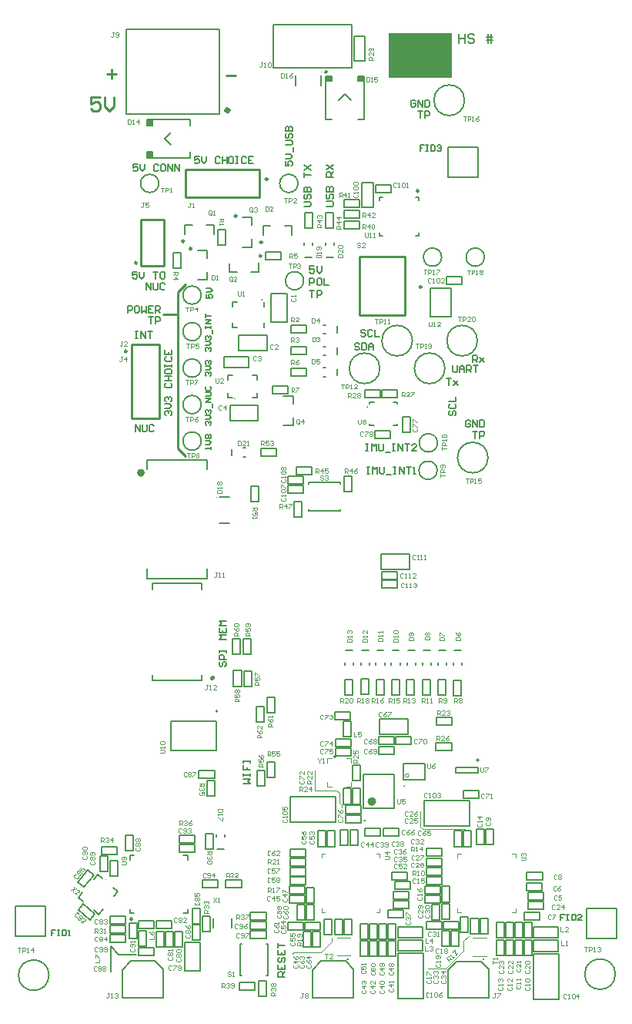
<source format=gto>
G04*
G04 #@! TF.GenerationSoftware,Altium Limited,Altium Designer,20.1.11 (218)*
G04*
G04 Layer_Color=65535*
%FSLAX24Y24*%
%MOIN*%
G70*
G04*
G04 #@! TF.SameCoordinates,770896B2-6F71-4FE4-8A08-8FF8A83ACC75*
G04*
G04*
G04 #@! TF.FilePolarity,Positive*
G04*
G01*
G75*
%ADD10C,0.0039*%
%ADD11C,0.0100*%
%ADD12C,0.0098*%
%ADD13C,0.0050*%
%ADD14C,0.0197*%
%ADD15C,0.0079*%
%ADD16C,0.0236*%
%ADD17C,0.0060*%
%ADD18C,0.0080*%
%ADD19C,0.0070*%
%ADD20C,0.0070*%
%ADD21C,0.0059*%
%ADD22C,0.0071*%
%ADD23C,0.0047*%
%ADD24R,0.0251X0.0236*%
%ADD25R,0.0262X0.0236*%
%ADD26R,0.0236X0.0251*%
%ADD27R,0.0236X0.0262*%
%ADD28R,0.2756X0.1969*%
D10*
X4857Y5369D02*
G03*
X4857Y5369I-20J0D01*
G01*
X9651Y21901D02*
G03*
X9651Y21901I-20J0D01*
G01*
X14199Y40295D02*
G03*
X14199Y40295I-20J0D01*
G01*
X14209Y6229D02*
G03*
X14209Y6229I-20J0D01*
G01*
X20099D02*
G03*
X20099Y6229I-20J0D01*
G01*
X17976Y9869D02*
G03*
X17976Y9869I-79J0D01*
G01*
X14199Y3955D02*
X14356D01*
X14199D02*
Y4113D01*
X16718Y3955D02*
Y4113D01*
X16561Y3955D02*
X16718D01*
X16561Y6475D02*
X16718D01*
Y6318D02*
Y6475D01*
X14199Y6318D02*
Y6475D01*
X14356D01*
X13921Y9216D02*
Y10068D01*
Y9216D02*
X14857D01*
X14962Y9112D01*
Y8692D02*
Y9112D01*
Y8692D02*
X15076Y8577D01*
Y8480D02*
Y8577D01*
X15273Y9386D02*
X15471D01*
Y9583D01*
X14431Y9386D02*
X14629D01*
X14431D02*
Y9583D01*
Y10606D02*
X14629D01*
X14431Y10409D02*
Y10606D01*
X15273D02*
X15471D01*
Y10409D02*
Y10606D01*
X20090Y6475D02*
X20247D01*
X20090Y6318D02*
Y6475D01*
X22609Y6318D02*
Y6475D01*
X22452D02*
X22609D01*
X22452Y3955D02*
X22609D01*
Y4113D01*
X20090Y3955D02*
Y4113D01*
Y3955D02*
X20247D01*
X20341Y2707D02*
X20559Y2924D01*
X20070Y7494D02*
Y7559D01*
X20418Y7565D02*
X20506Y7477D01*
X18561Y7565D02*
X20418D01*
X18465Y7661D02*
X18561Y7565D01*
X18465Y7661D02*
Y8324D01*
X20341Y2280D02*
Y2707D01*
X19563Y1502D02*
X20341Y2280D01*
X18791Y1502D02*
X19563D01*
X14624Y2670D02*
Y2845D01*
X14159Y2204D02*
X14624Y2670D01*
X12987Y2204D02*
X14159D01*
X12945Y2163D02*
X12987Y2204D01*
X14864Y2072D02*
X15455D01*
X14864Y2859D02*
X15455D01*
X20736Y2851D02*
X21326D01*
X20736Y2063D02*
X21326D01*
D11*
X14428Y40306D02*
G03*
X14428Y40306I-39J0D01*
G01*
X5770Y28216D02*
G03*
X5770Y28216I-50J0D01*
G01*
X15338Y1921D02*
G03*
X15338Y1921I-14J0D01*
G01*
X11870Y35666D02*
G03*
X11870Y35666I-50J0D01*
G01*
X21210Y1912D02*
G03*
X21210Y1912I-14J0D01*
G01*
X6860Y33900D02*
X7360D01*
Y31900D02*
Y33900D01*
X6360Y31900D02*
X7360D01*
X6360D02*
Y33900D01*
X6860D01*
X7343Y29810D02*
X7961D01*
X7964Y24026D02*
Y30780D01*
X8296Y31111D01*
X7964Y24026D02*
X8296Y23694D01*
X7160Y25316D02*
Y28516D01*
X5960Y25316D02*
X7160D01*
X5960D02*
Y28516D01*
X7160D01*
X11521Y34883D02*
Y36083D01*
X8321D02*
X11521D01*
X8321Y34883D02*
Y36083D01*
Y34883D02*
X11521D01*
X15849Y32333D02*
X17818D01*
X15849Y29774D02*
Y32333D01*
Y29774D02*
X17818D01*
Y32333D01*
X4618Y39224D02*
X4218D01*
Y38924D01*
X4418Y39024D01*
X4518D01*
X4618Y38924D01*
Y38724D01*
X4518Y38624D01*
X4318D01*
X4218Y38724D01*
X4818Y39224D02*
Y38824D01*
X5018Y38624D01*
X5218Y38824D01*
Y39224D01*
X10080Y40135D02*
X10480D01*
X4908Y40214D02*
X5308D01*
X5108Y40414D02*
Y40014D01*
D12*
X6004Y3652D02*
G03*
X6004Y3652I-49J0D01*
G01*
X6210Y32049D02*
G03*
X6210Y32049I-49J0D01*
G01*
X18398Y35155D02*
G03*
X18398Y35155I-49J0D01*
G01*
X16073Y7913D02*
G03*
X16073Y7913I-20J0D01*
G01*
X20985Y10540D02*
G03*
X20985Y10540I-27J0D01*
G01*
X11631Y32936D02*
G03*
X11631Y32936I-49J0D01*
G01*
X18536Y31006D02*
G03*
X18536Y31006I-49J0D01*
G01*
X11598Y32347D02*
G03*
X11598Y32347I-49J0D01*
G01*
X10523Y34075D02*
G03*
X10523Y34075I-49J0D01*
G01*
X8250Y32984D02*
G03*
X8250Y32984I-49J0D01*
G01*
X8576Y32663D02*
G03*
X8576Y32663I-49J0D01*
G01*
D13*
X10436Y26171D02*
G03*
X10436Y26171I-20J0D01*
G01*
X11624Y30443D02*
G03*
X11624Y30443I-20J0D01*
G01*
X19203Y23071D02*
G03*
X19203Y23071I-394J0D01*
G01*
X19216Y24258D02*
G03*
X19216Y24258I-394J0D01*
G01*
X20387Y39081D02*
G03*
X20387Y39081I-660J0D01*
G01*
X8986Y29071D02*
G03*
X8986Y29071I-394J0D01*
G01*
Y27493D02*
G03*
X8986Y27493I-394J0D01*
G01*
Y25914D02*
G03*
X8986Y25914I-394J0D01*
G01*
Y24336D02*
G03*
X8986Y24336I-394J0D01*
G01*
X16189Y25813D02*
G03*
X16189Y25813I-20J0D01*
G01*
X17776Y9417D02*
G03*
X17776Y9417I-24J0D01*
G01*
X8986Y30650D02*
G03*
X8986Y30650I-394J0D01*
G01*
X16720Y27483D02*
G03*
X16720Y27483I-660J0D01*
G01*
X21403Y23622D02*
G03*
X21403Y23622I-660J0D01*
G01*
X18128Y28679D02*
G03*
X18128Y28679I-660J0D01*
G01*
X20943D02*
G03*
X20943Y28679I-660J0D01*
G01*
X19536Y27483D02*
G03*
X19536Y27483I-660J0D01*
G01*
X21246Y32292D02*
G03*
X21246Y32292I-394J0D01*
G01*
X19396D02*
G03*
X19396Y32292I-394J0D01*
G01*
X13174Y35483D02*
G03*
X13174Y35483I-394J0D01*
G01*
X7149D02*
G03*
X7149Y35483I-394J0D01*
G01*
X13423Y31272D02*
G03*
X13423Y31272I-394J0D01*
G01*
X2392Y1228D02*
G03*
X2392Y1228I-660J0D01*
G01*
X26916Y1273D02*
G03*
X26916Y1273I-660J0D01*
G01*
X11122Y3200D02*
Y3534D01*
X11791Y3200D02*
Y3534D01*
X11122D02*
X11791D01*
X11122Y3200D02*
X11791D01*
X12738Y22076D02*
Y22411D01*
X13408Y22076D02*
Y22411D01*
X12738D02*
X13408D01*
X12738Y22076D02*
X13408D01*
X25681Y4125D02*
X26981D01*
X25681Y2825D02*
Y4125D01*
X26981Y2825D02*
Y4125D01*
X25681Y2825D02*
X26981D01*
X19687Y37055D02*
X20987D01*
X19687Y35755D02*
Y37055D01*
X20987Y35755D02*
Y37055D01*
X19687Y35755D02*
X20987D01*
X951Y4201D02*
X2251D01*
X951Y2901D02*
Y4201D01*
X2251Y2901D02*
Y4201D01*
X951Y2901D02*
X2251D01*
X4550Y3861D02*
X4724Y4067D01*
X4344Y4034D02*
X4550Y3861D01*
X4339Y5382D02*
X4513Y5589D01*
X4720Y5416D01*
X3677Y4593D02*
X3884Y4420D01*
X3677Y4593D02*
X3851Y4800D01*
X5179Y5030D02*
X5386Y4856D01*
X5212Y4650D02*
X5386Y4856D01*
X20991Y3003D02*
Y3672D01*
X20656Y3003D02*
Y3672D01*
X20991D01*
X20656Y3003D02*
X20991D01*
X21407Y3002D02*
Y3671D01*
X21073Y3002D02*
Y3671D01*
X21407D01*
X21073Y3002D02*
X21407D01*
X9775Y21901D02*
X10200D01*
X9775Y20796D02*
X10200D01*
X23134Y4076D02*
Y4411D01*
X23804Y4076D02*
Y4411D01*
X23134D02*
X23804D01*
X23134Y4076D02*
X23804D01*
X14179Y39726D02*
Y40151D01*
X13074Y39726D02*
Y40151D01*
X12106Y40468D02*
Y40882D01*
Y41866D02*
Y42358D01*
X15492Y40468D02*
Y42358D01*
X12106D02*
X15492D01*
X12106Y40882D02*
Y41866D01*
Y40468D02*
X15492D01*
X8268Y1417D02*
X8937D01*
Y2638D01*
X8268D02*
X8937D01*
X8268Y1417D02*
Y2638D01*
X11791Y3603D02*
Y3938D01*
X11122Y3603D02*
Y3938D01*
Y3603D02*
X11791D01*
X11122Y3938D02*
X11791D01*
X10057Y5021D02*
X10726D01*
X10057Y5356D02*
X10726D01*
Y5021D02*
Y5356D01*
X10057Y5021D02*
Y5356D01*
X7854Y2451D02*
Y3120D01*
X8189Y2451D02*
Y3120D01*
X7854Y2451D02*
X8189D01*
X7854Y3120D02*
X8189D01*
X7381Y2456D02*
Y3125D01*
X7046Y2456D02*
Y3125D01*
X7381D01*
X7046Y2456D02*
X7381D01*
X7451Y2451D02*
Y3120D01*
X7785Y2451D02*
Y3120D01*
X7451Y2451D02*
X7785D01*
X7451Y3120D02*
X7785D01*
X11213Y27174D02*
X11409D01*
Y26978D02*
Y27174D01*
X10131D02*
X10328D01*
X10131Y26978D02*
Y27174D01*
Y26211D02*
X10328D01*
X10131D02*
Y26408D01*
X11213Y26211D02*
X11409D01*
Y26408D01*
X5933Y1834D02*
X6986D01*
X5561Y1462D02*
X5933Y1834D01*
X6986D02*
X7333Y1487D01*
Y259D02*
Y1487D01*
X5561Y259D02*
X7333D01*
X5561D02*
Y1462D01*
X5026Y2642D02*
X5696D01*
X5026Y2976D02*
X5696D01*
Y2642D02*
Y2976D01*
X5026Y2642D02*
Y2976D01*
Y3787D02*
X5696D01*
X5026Y3453D02*
X5696D01*
X5026D02*
Y3787D01*
X5696Y3453D02*
Y3787D01*
Y3047D02*
Y3382D01*
X5026Y3047D02*
Y3382D01*
Y3047D02*
X5696D01*
X5026Y3382D02*
X5696D01*
X11144Y15100D02*
Y15769D01*
X10809Y15100D02*
Y15769D01*
X11144D01*
X10809Y15100D02*
X11144D01*
X10686Y15102D02*
Y15771D01*
X10352Y15102D02*
Y15771D01*
X10686D01*
X10352Y15102D02*
X10686D01*
X11177Y13724D02*
Y14393D01*
X10843Y13724D02*
Y14393D01*
X11177D01*
X10843Y13724D02*
X11177D01*
X11708Y12178D02*
Y12847D01*
X11373Y12178D02*
Y12847D01*
X11708D01*
X11373Y12178D02*
X11708D01*
X10724Y13733D02*
Y14402D01*
X10389Y13733D02*
Y14402D01*
X10724D01*
X10389Y13733D02*
X10724D01*
X11827Y12569D02*
Y13238D01*
X12161Y12569D02*
Y13238D01*
X11827Y12569D02*
X12161D01*
X11827Y13238D02*
X12161D01*
X9244Y23107D02*
Y23511D01*
X6644D02*
X9244D01*
X6644Y23107D02*
Y23511D01*
Y18399D02*
Y18803D01*
Y18399D02*
X9244D01*
Y18803D01*
X11735Y9403D02*
Y10073D01*
X11400Y9403D02*
Y10073D01*
X11735D01*
X11400Y9403D02*
X11735D01*
X15425Y6834D02*
X15759D01*
X15425Y7504D02*
X15759D01*
X15425Y6834D02*
Y7504D01*
X15759Y6834D02*
Y7504D01*
X15350Y6834D02*
Y7504D01*
X15015Y6834D02*
Y7504D01*
X15350D01*
X15015Y6834D02*
X15350D01*
X14038Y6798D02*
X14373D01*
X14038Y7468D02*
X14373D01*
X14038Y6798D02*
Y7468D01*
X14373Y6798D02*
Y7468D01*
X14782Y6798D02*
Y7468D01*
X14448Y6798D02*
Y7468D01*
X14782D01*
X14448Y6798D02*
X14782D01*
X15479Y8631D02*
Y9300D01*
X15144Y8631D02*
Y9300D01*
X15479D01*
X15144Y8631D02*
X15479D01*
X10349Y29266D02*
Y29463D01*
Y29266D02*
X10546D01*
X10349D02*
Y29463D01*
Y29266D02*
X10546D01*
X10349Y30149D02*
Y30346D01*
X10546D01*
X11703Y29264D02*
Y29460D01*
X11703Y30152D02*
Y30349D01*
X10609Y28257D02*
X11830D01*
X10609D02*
Y28926D01*
X11830D01*
Y28257D02*
Y28926D01*
X10236Y25876D02*
X11457D01*
Y25207D02*
Y25876D01*
X10236Y25207D02*
X11457D01*
X10236D02*
Y25876D01*
X11153Y22391D02*
X11487D01*
X11153Y21722D02*
X11487D01*
Y22391D01*
X11153Y21722D02*
Y22391D01*
X11851Y10451D02*
X12186D01*
X11851Y9782D02*
X12186D01*
Y10451D01*
X11851Y9782D02*
Y10451D01*
X12021Y29484D02*
Y30704D01*
X12691D01*
Y29484D02*
Y30704D01*
X12021Y29484D02*
X12691D01*
X6874Y13969D02*
Y14217D01*
Y13969D02*
X9014D01*
Y14207D01*
X6874Y17921D02*
Y18169D01*
X9014D01*
Y17931D02*
Y18169D01*
X13636Y21327D02*
Y21397D01*
X14996Y21327D02*
Y21397D01*
X13636Y21327D02*
X14996D01*
X14996Y22477D02*
Y22547D01*
X13636Y22477D02*
Y22547D01*
X13636D02*
X14996D01*
X12742Y22478D02*
X13411D01*
X12742Y22812D02*
X13411D01*
Y22478D02*
Y22812D01*
X12742Y22478D02*
Y22812D01*
X13109Y22869D02*
Y23204D01*
X13778Y22869D02*
Y23204D01*
X13109D02*
X13778D01*
X13109Y22869D02*
X13778D01*
X15183Y22148D02*
X15517D01*
X15183Y22817D02*
X15517D01*
X15183Y22148D02*
Y22817D01*
X15517Y22148D02*
Y22817D01*
X13347Y21056D02*
Y21725D01*
X13013Y21056D02*
Y21725D01*
X13347D01*
X13013Y21056D02*
X13347D01*
X11578Y23672D02*
X12247D01*
X11578Y24007D02*
X12247D01*
Y23672D02*
Y24007D01*
X11578Y23672D02*
Y24007D01*
X16805Y18302D02*
X17475D01*
X16805Y17968D02*
X17475D01*
X16805D02*
Y18302D01*
X17475Y17968D02*
Y18302D01*
X16813Y18698D02*
X17482D01*
X16813Y18363D02*
X17482D01*
X16813D02*
Y18698D01*
X17482Y18363D02*
Y18698D01*
X18001Y18771D02*
Y19440D01*
X16780D02*
X18001D01*
X16780Y18771D02*
Y19440D01*
Y18771D02*
X18001D01*
X17702Y24712D02*
Y25381D01*
X18037Y24712D02*
Y25381D01*
X17702Y24712D02*
X18037D01*
X17702Y25381D02*
X18037D01*
X8709Y6563D02*
Y6897D01*
X8040Y6563D02*
Y6897D01*
Y6563D02*
X8709D01*
X8040Y6897D02*
X8709D01*
X16013Y8445D02*
X17333D01*
X16013Y9902D02*
X17333D01*
Y8445D02*
Y9902D01*
X16013Y8445D02*
Y9902D01*
X3909Y5049D02*
X4339Y5562D01*
X3653Y5265D02*
X4083Y5777D01*
X4339Y5562D01*
X3653Y5265D02*
X3909Y5049D01*
X15212Y14028D02*
X15547D01*
X15212Y13359D02*
X15547D01*
Y14028D01*
X15212Y13359D02*
Y14028D01*
X20673Y6798D02*
Y7468D01*
X20339Y6798D02*
Y7468D01*
X20673D01*
X20339Y6798D02*
X20673D01*
X16675Y3461D02*
X17009D01*
X16675Y2792D02*
X17009D01*
Y3461D01*
X16675Y2792D02*
Y3461D01*
X16269Y2044D02*
X16604D01*
X16269Y2714D02*
X16604D01*
X16269Y2044D02*
Y2714D01*
X16604Y2044D02*
Y2714D01*
X17417Y2048D02*
Y2717D01*
X17082Y2048D02*
Y2717D01*
X17417D01*
X17082Y2048D02*
X17417D01*
X17507Y2857D02*
X18570D01*
X17507D02*
Y3329D01*
X18570D01*
Y2857D02*
Y3329D01*
X16195Y2044D02*
Y2714D01*
X15860Y2044D02*
Y2714D01*
X16195D01*
X15860Y2044D02*
X16195D01*
X15860Y2789D02*
Y3458D01*
X16195Y2789D02*
Y3458D01*
X15860Y2789D02*
X16195D01*
X15860Y3458D02*
X16195D01*
X16675Y2043D02*
X17009D01*
X16675Y2712D02*
X17009D01*
X16675Y2043D02*
Y2712D01*
X17009Y2043D02*
Y2712D01*
X17503Y2280D02*
X18566D01*
X17503D02*
Y2753D01*
X18566D01*
Y2280D02*
Y2753D01*
X17505Y211D02*
X18607D01*
Y2180D01*
X17505D02*
X18607D01*
X17505Y211D02*
Y2180D01*
X7673Y10963D02*
Y12223D01*
X9641Y10963D02*
Y12223D01*
X7673Y10963D02*
X9641D01*
X7673Y12223D02*
X9641D01*
X8889Y9742D02*
Y10077D01*
X9558Y9742D02*
Y10077D01*
X8889D02*
X9558D01*
X8889Y9742D02*
X9558D01*
X9574Y8994D02*
Y9663D01*
X9239Y8994D02*
Y9663D01*
X9574D01*
X9239Y8994D02*
X9574D01*
X9163Y6673D02*
Y7343D01*
X9498Y6673D02*
Y7343D01*
X9163Y6673D02*
X9498D01*
X9163Y7343D02*
X9498D01*
X5864Y2826D02*
X6198D01*
X5864Y3495D02*
X6198D01*
X5864Y2826D02*
Y3495D01*
X6198Y2826D02*
Y3495D01*
X5332Y6463D02*
Y6798D01*
X4662Y6463D02*
Y6798D01*
Y6463D02*
X5332D01*
X4662Y6798D02*
X5332D01*
X5709Y7291D02*
X6043D01*
X5709Y6622D02*
X6043D01*
Y7291D01*
X5709Y6622D02*
Y7291D01*
X5038Y5503D02*
Y6173D01*
X5372Y5503D02*
Y6173D01*
X5038Y5503D02*
X5372D01*
X5038Y6173D02*
X5372D01*
X16815Y26544D02*
X17484D01*
X16815Y26209D02*
X17484D01*
X16815D02*
Y26544D01*
X17484Y26209D02*
Y26544D01*
X16076Y26209D02*
X16745D01*
X16076Y26544D02*
X16745D01*
Y26209D02*
Y26544D01*
X16076Y26209D02*
Y26544D01*
X16268Y25016D02*
Y25084D01*
Y25016D02*
X16465D01*
X17488D02*
Y25084D01*
X17291Y25016D02*
X17488D01*
Y25951D02*
Y26019D01*
X17291D02*
X17488D01*
X16268Y25951D02*
Y26019D01*
X16465D01*
X16521Y24457D02*
X17190D01*
X16521Y24792D02*
X17190D01*
Y24457D02*
Y24792D01*
X16521Y24457D02*
Y24792D01*
X16535Y35069D02*
X17205D01*
X16535Y35404D02*
X17205D01*
Y35069D02*
Y35404D01*
X16535Y35069D02*
Y35404D01*
X9502Y3684D02*
X9506Y3277D01*
X10297Y3692D02*
X10302Y3284D01*
X8600Y4128D02*
X8935D01*
X8600Y3459D02*
X8935D01*
Y4128D01*
X8600Y3459D02*
Y4128D01*
X9368Y3109D02*
Y3778D01*
X9033Y3109D02*
Y3778D01*
X9368D01*
X9033Y3109D02*
X9368D01*
X8935Y2759D02*
Y3428D01*
X8600Y2759D02*
Y3428D01*
X8935D01*
X8600Y2759D02*
X8935D01*
X11890Y1229D02*
Y2589D01*
X11820Y2589D02*
X11890D01*
X11820Y1229D02*
X11890D01*
X10670Y1229D02*
Y2589D01*
Y1229D02*
X10740D01*
X10670Y2589D02*
X10740D01*
X11464Y322D02*
Y991D01*
X11799Y322D02*
Y991D01*
X11464Y322D02*
X11799D01*
X11464Y991D02*
X11799D01*
X10627Y933D02*
X11297D01*
X10627Y598D02*
X11297D01*
X10627D02*
Y933D01*
X11297Y598D02*
Y933D01*
X8709Y6948D02*
Y7282D01*
X8040Y6948D02*
Y7282D01*
Y6948D02*
X8709D01*
X8040Y7282D02*
X8709D01*
X7723Y3251D02*
Y3585D01*
X7054Y3251D02*
Y3585D01*
Y3251D02*
X7723D01*
X7054Y3585D02*
X7723D01*
X18664Y4685D02*
X19333D01*
X18664Y4350D02*
X19333D01*
X18664D02*
Y4685D01*
X19333Y4350D02*
Y4685D01*
Y4753D02*
Y5087D01*
X18664Y4753D02*
Y5087D01*
Y4753D02*
X19333D01*
X18664Y5087D02*
X19333D01*
X19409Y5156D02*
Y5490D01*
X18740Y5156D02*
Y5490D01*
Y5156D02*
X19409D01*
X18740Y5490D02*
X19409D01*
Y5554D02*
Y5889D01*
X18740Y5554D02*
Y5889D01*
Y5554D02*
X19409D01*
X18740Y5889D02*
X19409D01*
X18747Y5962D02*
X19416D01*
X18747Y6296D02*
X19416D01*
Y5962D02*
Y6296D01*
X18747Y5962D02*
Y6296D01*
X18752Y6378D02*
Y6712D01*
X19422Y6378D02*
Y6712D01*
X18752D02*
X19422D01*
X18752Y6378D02*
X19422D01*
X19905Y13329D02*
Y13998D01*
X20239Y13329D02*
Y13998D01*
X19905Y13329D02*
X20239D01*
X19905Y13998D02*
X20239D01*
X19225Y13339D02*
Y14008D01*
X19560Y13339D02*
Y14008D01*
X19225Y13339D02*
X19560D01*
X19225Y14008D02*
X19560D01*
X18577Y13339D02*
Y14008D01*
X18912Y13339D02*
Y14008D01*
X18577Y13339D02*
X18912D01*
X18577Y14008D02*
X18912D01*
X17887Y13346D02*
Y14016D01*
X18222Y13346D02*
Y14016D01*
X17887Y13346D02*
X18222D01*
X17887Y14016D02*
X18222D01*
X17240Y14016D02*
X17574D01*
X17240Y13346D02*
X17574D01*
Y14016D01*
X17240Y13346D02*
Y14016D01*
X16573Y13353D02*
Y14023D01*
X16908Y13353D02*
Y14023D01*
X16573Y13353D02*
X16908D01*
X16573Y14023D02*
X16908D01*
X15911Y13368D02*
Y14037D01*
X16245Y13368D02*
Y14037D01*
X15911Y13368D02*
X16245D01*
X15911Y14037D02*
X16245D01*
X19850Y12047D02*
Y12382D01*
X19181Y12047D02*
Y12382D01*
Y12047D02*
X19850D01*
X19181Y12382D02*
X19850D01*
X19825Y10951D02*
Y11286D01*
X19155Y10951D02*
Y11286D01*
Y10951D02*
X19825D01*
X19155Y11286D02*
X19825D01*
X17417Y11218D02*
X18087D01*
X17417Y11553D02*
X18087D01*
Y11218D02*
Y11553D01*
X17417Y11218D02*
Y11553D01*
X17752Y9677D02*
X18672D01*
X17752Y10387D02*
X18672D01*
X17752Y9677D02*
Y10387D01*
X18672Y9677D02*
Y10387D01*
X16679Y11125D02*
X17348D01*
X16679Y10790D02*
X17348D01*
X16679D02*
Y11125D01*
X17348Y10790D02*
Y11125D01*
X16679Y11553D02*
X17348D01*
X16679Y11218D02*
X17348D01*
X16679D02*
Y11553D01*
X17348Y11218D02*
Y11553D01*
X16720Y11654D02*
X17940D01*
X16720D02*
Y12323D01*
X17940D01*
Y11654D02*
Y12323D01*
X15139Y12215D02*
X15474D01*
X15139Y11545D02*
X15474D01*
Y12215D01*
X15139Y11545D02*
Y12215D01*
X14779Y12294D02*
X15448D01*
X14779Y12628D02*
X15448D01*
Y12294D02*
Y12628D01*
X14779Y12294D02*
Y12628D01*
X14797Y11123D02*
X15466D01*
X14797Y11457D02*
X15466D01*
Y11123D02*
Y11457D01*
X14797Y11123D02*
Y11457D01*
Y10707D02*
X15466D01*
X14797Y11042D02*
X15466D01*
Y10707D02*
Y11042D01*
X14797Y10707D02*
Y11042D01*
X15555Y9661D02*
Y10330D01*
X15889Y9661D02*
Y10330D01*
X15555Y9661D02*
X15889D01*
X15555Y10330D02*
X15889D01*
Y8631D02*
Y9300D01*
X15555Y8631D02*
Y9300D01*
X15889D01*
X15555Y8631D02*
X15889D01*
X12843Y8951D02*
X14812D01*
Y7849D02*
Y8951D01*
X12843Y7849D02*
X14812D01*
X12843D02*
Y8951D01*
X15238Y8232D02*
X15907D01*
X15238Y8567D02*
X15907D01*
Y8232D02*
Y8567D01*
X15238Y8232D02*
Y8567D01*
X15234Y7825D02*
X15903D01*
X15234Y8159D02*
X15903D01*
Y7825D02*
Y8159D01*
X15234Y7825D02*
Y8159D01*
X16063Y7254D02*
Y7589D01*
X16732Y7254D02*
Y7589D01*
X16063D02*
X16732D01*
X16063Y7254D02*
X16732D01*
X18987Y4283D02*
X19322D01*
X18987Y3614D02*
X19322D01*
Y4283D01*
X18987Y3614D02*
Y4283D01*
X19401Y4333D02*
X19735D01*
X19401Y3664D02*
X19735D01*
Y4333D01*
X19401Y3664D02*
Y4333D01*
Y5067D02*
X19735D01*
X19401Y4397D02*
X19735D01*
Y5067D01*
X19401Y4397D02*
Y5067D01*
X19464Y3551D02*
X20133D01*
X19464Y3216D02*
X20133D01*
X19464D02*
Y3551D01*
X20133Y3216D02*
Y3551D01*
X18733D02*
X19402D01*
X18733Y3216D02*
X19402D01*
X18733D02*
Y3551D01*
X19402Y3216D02*
Y3551D01*
X19393Y2475D02*
X19727D01*
X19393Y3145D02*
X19727D01*
X19393Y2475D02*
Y3145D01*
X19727Y2475D02*
Y3145D01*
X19795Y2475D02*
X20130D01*
X19795Y3145D02*
X20130D01*
X19795Y2475D02*
Y3145D01*
X20130Y2475D02*
Y3145D01*
X20206Y3744D02*
X20540D01*
X20206Y3075D02*
X20540D01*
Y3744D01*
X20206Y3075D02*
Y3744D01*
X19683Y253D02*
Y1457D01*
Y253D02*
X21455D01*
Y1482D01*
X21108Y1828D02*
X21455Y1482D01*
X19683Y1457D02*
X20055Y1828D01*
X21108D01*
X21777Y3509D02*
X22112D01*
X21777Y2839D02*
X22112D01*
Y3509D01*
X21777Y2839D02*
Y3509D01*
X23298Y2086D02*
Y2755D01*
X22964Y2086D02*
Y2755D01*
X23298D01*
X22964Y2086D02*
X23298D01*
X22569D02*
X22903D01*
X22569Y2755D02*
X22903D01*
X22569Y2086D02*
Y2755D01*
X22903Y2086D02*
Y2755D01*
X22502Y2086D02*
Y2755D01*
X22167Y2086D02*
Y2755D01*
X22502D01*
X22167Y2086D02*
X22502D01*
X21780D02*
X22115D01*
X21780Y2755D02*
X22115D01*
X21780Y2086D02*
Y2755D01*
X22115Y2086D02*
Y2755D01*
X22165Y2838D02*
Y3507D01*
X22499Y2838D02*
Y3507D01*
X22165Y2838D02*
X22499D01*
X22165Y3507D02*
X22499D01*
X22566Y2839D02*
Y3509D01*
X22900Y2839D02*
Y3509D01*
X22566Y2839D02*
X22900D01*
X22566Y3509D02*
X22900D01*
X22961Y3505D02*
X23296D01*
X22961Y2836D02*
X23296D01*
Y3505D01*
X22961Y2836D02*
Y3505D01*
X23381Y197D02*
Y2165D01*
X24484D01*
Y197D02*
Y2165D01*
X23381Y197D02*
X24484D01*
X24441Y2262D02*
Y2734D01*
X23378D02*
X24441D01*
X23378Y2262D02*
Y2734D01*
Y2262D02*
X24441D01*
X24445Y2845D02*
Y3317D01*
X23382D02*
X24445D01*
X23382Y2845D02*
Y3317D01*
Y2845D02*
X24445D01*
X22965Y3612D02*
Y3947D01*
X23634Y3612D02*
Y3947D01*
X22965D02*
X23634D01*
X22965Y3612D02*
X23634D01*
X23124Y4477D02*
Y4811D01*
X23793Y4477D02*
Y4811D01*
X23124D02*
X23793D01*
X23124Y4477D02*
X23793D01*
X23085Y4881D02*
Y5215D01*
X23754Y4881D02*
Y5215D01*
X23085D02*
X23754D01*
X23085Y4881D02*
X23754D01*
X23090Y5362D02*
Y5697D01*
X23759Y5362D02*
Y5697D01*
X23090D02*
X23759D01*
X23090Y5362D02*
X23759D01*
X20018Y9992D02*
X20958D01*
X20018Y10228D02*
X20958D01*
X20018Y9992D02*
Y10228D01*
X20958Y9992D02*
Y10228D01*
X21312Y6875D02*
X21647D01*
X21312Y7544D02*
X21647D01*
X21312Y6875D02*
Y7544D01*
X21647Y6875D02*
Y7544D01*
X20903Y6874D02*
X21238D01*
X20903Y7543D02*
X21238D01*
X20903Y6874D02*
Y7543D01*
X21238Y6874D02*
Y7543D01*
X20326Y8891D02*
Y9225D01*
X20996Y8891D02*
Y9225D01*
X20326D02*
X20996D01*
X20326Y8891D02*
X20996D01*
X18642Y8793D02*
X20610D01*
Y7691D02*
Y8793D01*
X18642Y7691D02*
X20610D01*
X18642D02*
Y8793D01*
X19929Y6798D02*
X20264D01*
X19929Y7468D02*
X20264D01*
X19929Y6798D02*
Y7468D01*
X20264Y6798D02*
Y7468D01*
X16870Y7589D02*
X17539D01*
X16870Y7254D02*
X17539D01*
X16870D02*
Y7589D01*
X17539Y7254D02*
Y7589D01*
X17358Y4949D02*
Y5284D01*
X18027Y4949D02*
Y5284D01*
X17358D02*
X18027D01*
X17358Y4949D02*
X18027D01*
X17243Y5361D02*
Y5696D01*
X17912Y5361D02*
Y5696D01*
X17243D02*
X17912D01*
X17243Y5361D02*
X17912D01*
X17314Y4521D02*
Y4856D01*
X17984Y4521D02*
Y4856D01*
X17314D02*
X17984D01*
X17314Y4521D02*
X17984D01*
X17291Y4111D02*
Y4445D01*
X17961Y4111D02*
Y4445D01*
X17291D02*
X17961D01*
X17291Y4111D02*
X17961D01*
X17062Y3717D02*
Y4052D01*
X17731Y3717D02*
Y4052D01*
X17062D02*
X17731D01*
X17062Y3717D02*
X17731D01*
X17084Y3464D02*
X17418D01*
X17084Y2794D02*
X17418D01*
Y3464D01*
X17084Y2794D02*
Y3464D01*
X16267Y2793D02*
Y3462D01*
X16602Y2793D02*
Y3462D01*
X16267Y2793D02*
X16602D01*
X16267Y3462D02*
X16602D01*
X13538Y4345D02*
Y5014D01*
X13873Y4345D02*
Y5014D01*
X13538Y4345D02*
X13873D01*
X13538Y5014D02*
X13873D01*
X14778Y2991D02*
X15113D01*
X14778Y3660D02*
X15113D01*
X14778Y2991D02*
Y3660D01*
X15113Y2991D02*
Y3660D01*
X13820Y2457D02*
X14155D01*
X13820Y3126D02*
X14155D01*
X13820Y2457D02*
Y3126D01*
X14155Y2457D02*
Y3126D01*
X13799Y259D02*
Y1462D01*
Y259D02*
X15571D01*
Y1487D01*
X15224Y1834D02*
X15571Y1487D01*
X13799Y1462D02*
X14171Y1834D01*
X15224D01*
X13418Y2462D02*
X13753D01*
X13418Y3131D02*
X13753D01*
X13418Y2462D02*
Y3131D01*
X13753Y2462D02*
Y3131D01*
X13476Y3532D02*
X14145D01*
X13476Y3198D02*
X14145D01*
X13476D02*
Y3532D01*
X14145Y3198D02*
Y3532D01*
X13402Y3198D02*
Y3532D01*
X12733Y3198D02*
Y3532D01*
Y3198D02*
X13402D01*
X12733Y3532D02*
X13402D01*
X13131Y4275D02*
X13465D01*
X13131Y3606D02*
X13465D01*
Y4275D01*
X13131Y3606D02*
Y4275D01*
X13464Y4350D02*
Y4684D01*
X12794Y4350D02*
Y4684D01*
Y4350D02*
X13464D01*
X12794Y4684D02*
X13464D01*
X13464Y4739D02*
Y5073D01*
X12795Y4739D02*
Y5073D01*
Y4739D02*
X13464D01*
X12795Y5073D02*
X13464D01*
X12844Y5473D02*
X13514D01*
X12844Y5138D02*
X13514D01*
X12844D02*
Y5473D01*
X13514Y5138D02*
Y5473D01*
X13507Y5532D02*
Y5867D01*
X12838Y5532D02*
Y5867D01*
Y5532D02*
X13507D01*
X12838Y5867D02*
X13507D01*
X12844Y6336D02*
Y6671D01*
X13514Y6336D02*
Y6671D01*
X12844D02*
X13514D01*
X12844Y6336D02*
X13514D01*
X12591Y33648D02*
X12921D01*
Y33254D02*
Y33648D01*
X11660Y33645D02*
X11989D01*
X11660Y33251D02*
Y33645D01*
X12069Y26379D02*
X12738D01*
X12069Y26714D02*
X12738D01*
Y26379D02*
Y26714D01*
X12069Y26379D02*
Y26714D01*
X9970Y27500D02*
X11033D01*
X9970D02*
Y27972D01*
X11033D01*
Y27500D02*
Y27972D01*
X12982Y25030D02*
Y25359D01*
X12549Y25030D02*
X12982D01*
Y25960D02*
Y26290D01*
X12549D02*
X12982D01*
X12873Y27149D02*
X13542D01*
X12873Y27484D02*
X13542D01*
Y27149D02*
Y27484D01*
X12873Y27149D02*
Y27484D01*
Y28077D02*
X13542D01*
X12873Y28412D02*
X13542D01*
Y28077D02*
Y28412D01*
X12873Y28077D02*
Y28412D01*
Y29341D02*
X13542D01*
X12873Y29006D02*
X13542D01*
X12873D02*
Y29341D01*
X13542Y29006D02*
Y29341D01*
X5728Y42136D02*
X9778D01*
X5728Y38476D02*
Y42136D01*
Y38476D02*
X9778D01*
Y42136D01*
X15211Y39345D02*
X15477Y39080D01*
X14946D02*
X15211Y39345D01*
X14385Y38258D02*
Y40113D01*
X16038Y38258D02*
Y40113D01*
X14385Y38258D02*
X14635D01*
X14385Y40113D02*
X14635D01*
X15788Y38258D02*
X16038D01*
X14635Y39902D02*
Y40113D01*
X14424Y39902D02*
X14635D01*
X15788D02*
X15999D01*
X15788D02*
Y40113D01*
X16038D01*
X20267Y31102D02*
Y31437D01*
X19598Y31102D02*
Y31437D01*
Y31102D02*
X20267D01*
X19598Y31437D02*
X20267D01*
X16428Y34459D02*
Y35522D01*
X15955Y34459D02*
X16428D01*
X15955D02*
Y35522D01*
X16428D01*
X13462Y33535D02*
Y34205D01*
X13796Y33535D02*
Y34205D01*
X13462Y33535D02*
X13796D01*
X13462Y34205D02*
X13796D01*
X14383Y33535D02*
Y34205D01*
X14717Y33535D02*
Y34205D01*
X14383Y33535D02*
X14717D01*
X14383Y34205D02*
X14717D01*
X15172Y33978D02*
X15842D01*
X15172Y34313D02*
X15842D01*
Y33978D02*
Y34313D01*
X15172Y33978D02*
Y34313D01*
X15171Y33515D02*
X15841D01*
X15171Y33849D02*
X15841D01*
Y33515D02*
Y33849D01*
X15171Y33515D02*
Y33849D01*
X4622Y5703D02*
Y6372D01*
X4957Y5703D02*
Y6372D01*
X4622Y5703D02*
X4957D01*
X4622Y6372D02*
X4957D01*
X13538Y3612D02*
Y4281D01*
X13873Y3612D02*
Y4281D01*
X13538Y3612D02*
X13873D01*
X13538Y4281D02*
X13873D01*
X12842Y5934D02*
X13511D01*
X12842Y6269D02*
X13511D01*
Y5934D02*
Y6269D01*
X12842Y5934D02*
Y6269D01*
X9714Y5021D02*
Y5356D01*
X9045Y5021D02*
Y5356D01*
Y5021D02*
X9714D01*
X9045Y5356D02*
X9714D01*
X3662Y4044D02*
X4174Y3613D01*
X3877Y4300D02*
X4390Y3870D01*
X4174Y3613D02*
X4390Y3870D01*
X3662Y4044D02*
X3877Y4300D01*
X6270Y2475D02*
X6605D01*
X6270Y3145D02*
X6605D01*
X6270Y2475D02*
Y3145D01*
X6605Y2475D02*
Y3145D01*
X6286Y3596D02*
X6955D01*
X6286Y3261D02*
X6955D01*
X6286D02*
Y3596D01*
X6955Y3261D02*
Y3596D01*
X6270Y2410D02*
X6940D01*
X6270Y2075D02*
X6940D01*
X6270D02*
Y2410D01*
X6940Y2075D02*
Y2410D01*
X11122Y2802D02*
Y3137D01*
X11791Y2802D02*
Y3137D01*
X11122D02*
X11791D01*
X11122Y2802D02*
X11791D01*
X10204Y31639D02*
X10542D01*
X10204D02*
Y32033D01*
X11152Y31644D02*
X11490D01*
Y32038D01*
X11181Y32731D02*
Y33068D01*
X10787Y32731D02*
X11181D01*
X11176Y33679D02*
Y34016D01*
X10783D02*
X11176D01*
X11766Y32179D02*
X12435D01*
X11766Y32514D02*
X12435D01*
Y32179D02*
Y32514D01*
X11766Y32179D02*
Y32514D01*
X10042Y32825D02*
Y33494D01*
X9707Y32825D02*
Y33494D01*
X10042D01*
X9707Y32825D02*
X10042D01*
X15172Y34771D02*
X15842D01*
X15172Y34437D02*
X15842D01*
X15172D02*
Y34771D01*
X15842Y34437D02*
Y34771D01*
X9207Y33691D02*
X9545D01*
Y33298D02*
Y33691D01*
X8260Y33687D02*
X8597D01*
X8260Y33293D02*
Y33687D01*
X7763Y31819D02*
Y32488D01*
X8098Y31819D02*
Y32488D01*
X7763Y31819D02*
X8098D01*
X7763Y32488D02*
X8098D01*
X8842Y32584D02*
X9236D01*
Y32255D02*
Y32584D01*
X8845Y31324D02*
X9239D01*
Y31653D01*
X7422Y37420D02*
X7688Y37686D01*
X7422Y37420D02*
X7688Y37154D01*
X6654Y36593D02*
X8510D01*
X6654Y38247D02*
X8510D01*
Y36593D02*
Y36844D01*
X6654Y36593D02*
Y36844D01*
X8510Y37996D02*
Y38247D01*
X6654Y36844D02*
X6866D01*
Y36633D02*
Y36844D01*
Y37996D02*
Y38207D01*
X6654Y37996D02*
X6866D01*
X6654D02*
Y38247D01*
X15610Y40793D02*
Y41856D01*
X16082D01*
Y40793D02*
Y41856D01*
X15610Y40793D02*
X16082D01*
X15180Y2991D02*
X15515D01*
X15180Y3661D02*
X15515D01*
X15180Y2991D02*
Y3661D01*
X15515Y2991D02*
Y3661D01*
X14299Y2984D02*
Y3653D01*
X14634Y2984D02*
Y3653D01*
X14299Y2984D02*
X14634D01*
X14299Y3653D02*
X14634D01*
X20647Y25192D02*
X20597Y25242D01*
X20497D01*
X20447Y25192D01*
Y24992D01*
X20497Y24942D01*
X20597D01*
X20647Y24992D01*
Y25092D01*
X20547D01*
X20747Y24942D02*
Y25242D01*
X20947Y24942D01*
Y25242D01*
X21047D02*
Y24942D01*
X21197D01*
X21247Y24992D01*
Y25192D01*
X21197Y25242D01*
X21047D01*
X20747Y24762D02*
X20947D01*
X20847D01*
Y24462D01*
X21047D02*
Y24762D01*
X21197D01*
X21247Y24712D01*
Y24612D01*
X21197Y24562D01*
X21047D01*
X19772Y25644D02*
X19722Y25594D01*
Y25494D01*
X19772Y25444D01*
X19822D01*
X19872Y25494D01*
Y25594D01*
X19922Y25644D01*
X19972D01*
X20022Y25594D01*
Y25494D01*
X19972Y25444D01*
X19772Y25944D02*
X19722Y25894D01*
Y25794D01*
X19772Y25744D01*
X19972D01*
X20022Y25794D01*
Y25894D01*
X19972Y25944D01*
X19722Y26044D02*
X20022D01*
Y26244D01*
X19620Y27050D02*
X19820D01*
X19720D01*
Y26751D01*
X19920Y26951D02*
X20120Y26751D01*
X20020Y26851D01*
X20120Y26951D01*
X19920Y26751D01*
X5801Y29891D02*
Y30191D01*
X5951D01*
X6001Y30141D01*
Y30041D01*
X5951Y29991D01*
X5801D01*
X6251Y30191D02*
X6151D01*
X6101Y30141D01*
Y29941D01*
X6151Y29891D01*
X6251D01*
X6301Y29941D01*
Y30141D01*
X6251Y30191D01*
X6401D02*
Y29891D01*
X6501Y29991D01*
X6601Y29891D01*
Y30191D01*
X6901D02*
X6701D01*
Y29891D01*
X6901D01*
X6701Y30041D02*
X6801D01*
X7001Y29891D02*
Y30191D01*
X7151D01*
X7201Y30141D01*
Y30041D01*
X7151Y29991D01*
X7001D01*
X7101D02*
X7201Y29891D01*
X6701Y29711D02*
X6901D01*
X6801D01*
Y29411D01*
X7001D02*
Y29711D01*
X7151D01*
X7201Y29661D01*
Y29561D01*
X7151Y29511D01*
X7001D01*
X16170Y23224D02*
X16270D01*
X16220D01*
Y22924D01*
X16170D01*
X16270D01*
X16420D02*
Y23224D01*
X16520Y23124D01*
X16620Y23224D01*
Y22924D01*
X16720Y23224D02*
Y22974D01*
X16770Y22924D01*
X16870D01*
X16920Y22974D01*
Y23224D01*
X17020Y22874D02*
X17220D01*
X17320Y23224D02*
X17420D01*
X17370D01*
Y22924D01*
X17320D01*
X17420D01*
X17569D02*
Y23224D01*
X17769Y22924D01*
Y23224D01*
X17869D02*
X18069D01*
X17969D01*
Y22924D01*
X18169D02*
X18269D01*
X18219D01*
Y23224D01*
X18169Y23174D01*
X19883Y27605D02*
Y27355D01*
X19933Y27305D01*
X20033D01*
X20083Y27355D01*
Y27605D01*
X20183Y27305D02*
Y27505D01*
X20283Y27605D01*
X20383Y27505D01*
Y27305D01*
Y27455D01*
X20183D01*
X20483Y27305D02*
Y27605D01*
X20633D01*
X20683Y27555D01*
Y27455D01*
X20633Y27405D01*
X20483D01*
X20583D02*
X20683Y27305D01*
X20783Y27605D02*
X20983D01*
X20883D01*
Y27305D01*
X15837Y28533D02*
X15787Y28583D01*
X15687D01*
X15637Y28533D01*
Y28483D01*
X15687Y28433D01*
X15787D01*
X15837Y28383D01*
Y28333D01*
X15787Y28283D01*
X15687D01*
X15637Y28333D01*
X15937Y28583D02*
Y28283D01*
X16086D01*
X16136Y28333D01*
Y28533D01*
X16086Y28583D01*
X15937D01*
X16236Y28283D02*
Y28483D01*
X16336Y28583D01*
X16436Y28483D01*
Y28283D01*
Y28433D01*
X16236D01*
X16108Y24208D02*
X16208D01*
X16158D01*
Y23908D01*
X16108D01*
X16208D01*
X16358D02*
Y24208D01*
X16458Y24108D01*
X16558Y24208D01*
Y23908D01*
X16658Y24208D02*
Y23958D01*
X16708Y23908D01*
X16808D01*
X16858Y23958D01*
Y24208D01*
X16958Y23858D02*
X17158D01*
X17258Y24208D02*
X17358D01*
X17308D01*
Y23908D01*
X17258D01*
X17358D01*
X17508D02*
Y24208D01*
X17708Y23908D01*
Y24208D01*
X17808D02*
X18008D01*
X17908D01*
Y23908D01*
X18308D02*
X18108D01*
X18308Y24108D01*
Y24158D01*
X18258Y24208D01*
X18158D01*
X18108Y24158D01*
X16092Y29102D02*
X16042Y29152D01*
X15942D01*
X15892Y29102D01*
Y29052D01*
X15942Y29002D01*
X16042D01*
X16092Y28952D01*
Y28902D01*
X16042Y28852D01*
X15942D01*
X15892Y28902D01*
X16392Y29102D02*
X16342Y29152D01*
X16242D01*
X16192Y29102D01*
Y28902D01*
X16242Y28852D01*
X16342D01*
X16392Y28902D01*
X16492Y29152D02*
Y28852D01*
X16692D01*
X6211Y31652D02*
X6011D01*
Y31502D01*
X6111Y31552D01*
X6161D01*
X6211Y31502D01*
Y31402D01*
X6161Y31352D01*
X6061D01*
X6011Y31402D01*
X6311Y31652D02*
Y31452D01*
X6411Y31352D01*
X6511Y31452D01*
Y31652D01*
X6910D02*
X7110D01*
X7010D01*
Y31352D01*
X7360Y31652D02*
X7260D01*
X7210Y31602D01*
Y31402D01*
X7260Y31352D01*
X7360D01*
X7410Y31402D01*
Y31602D01*
X7360Y31652D01*
X6611Y30872D02*
Y31172D01*
X6810Y30872D01*
Y31172D01*
X6910D02*
Y30922D01*
X6960Y30872D01*
X7060D01*
X7110Y30922D01*
Y31172D01*
X7410Y31122D02*
X7360Y31172D01*
X7260D01*
X7210Y31122D01*
Y30922D01*
X7260Y30872D01*
X7360D01*
X7410Y30922D01*
X18273Y39044D02*
X18223Y39094D01*
X18123D01*
X18073Y39044D01*
Y38844D01*
X18123Y38794D01*
X18223D01*
X18273Y38844D01*
Y38944D01*
X18173D01*
X18373Y38794D02*
Y39094D01*
X18573Y38794D01*
Y39094D01*
X18673D02*
Y38794D01*
X18823D01*
X18873Y38844D01*
Y39044D01*
X18823Y39094D01*
X18673D01*
X18373Y38614D02*
X18573D01*
X18473D01*
Y38314D01*
X18673D02*
Y38614D01*
X18823D01*
X18873Y38564D01*
Y38464D01*
X18823Y38414D01*
X18673D01*
X20753Y27745D02*
Y28044D01*
X20903D01*
X20953Y27994D01*
Y27895D01*
X20903Y27845D01*
X20753D01*
X20853D02*
X20953Y27745D01*
X21053Y27945D02*
X21253Y27745D01*
X21153Y27845D01*
X21253Y27945D01*
X21053Y27745D01*
X9820Y14790D02*
X9770Y14740D01*
Y14640D01*
X9820Y14590D01*
X9870D01*
X9920Y14640D01*
Y14740D01*
X9970Y14790D01*
X10020D01*
X10070Y14740D01*
Y14640D01*
X10020Y14590D01*
X10070Y14890D02*
X9770D01*
Y15040D01*
X9820Y15090D01*
X9920D01*
X9970Y15040D01*
Y14890D01*
X9770Y15189D02*
Y15289D01*
Y15239D01*
X10070D01*
Y15189D01*
Y15289D01*
Y15739D02*
X9770D01*
X9870Y15839D01*
X9770Y15939D01*
X10070D01*
X9770Y16239D02*
Y16039D01*
X10070D01*
Y16239D01*
X9920Y16039D02*
Y16139D01*
X10070Y16339D02*
X9770D01*
X9870Y16439D01*
X9770Y16539D01*
X10070D01*
X12638Y36444D02*
Y36244D01*
X12788D01*
X12738Y36344D01*
Y36394D01*
X12788Y36444D01*
X12888D01*
X12938Y36394D01*
Y36294D01*
X12888Y36244D01*
X12638Y36544D02*
X12838D01*
X12938Y36644D01*
X12838Y36744D01*
X12638D01*
X12988Y36844D02*
Y37044D01*
X12638Y37144D02*
X12888D01*
X12938Y37194D01*
Y37294D01*
X12888Y37344D01*
X12638D01*
X12688Y37644D02*
X12638Y37594D01*
Y37494D01*
X12688Y37444D01*
X12738D01*
X12788Y37494D01*
Y37594D01*
X12838Y37644D01*
X12888D01*
X12938Y37594D01*
Y37494D01*
X12888Y37444D01*
X12638Y37744D02*
X12938D01*
Y37894D01*
X12888Y37944D01*
X12838D01*
X12788Y37894D01*
Y37744D01*
Y37894D01*
X12738Y37944D01*
X12688D01*
X12638Y37894D01*
Y37744D01*
X6238Y36306D02*
X6038D01*
Y36156D01*
X6138Y36206D01*
X6188D01*
X6238Y36156D01*
Y36056D01*
X6188Y36006D01*
X6088D01*
X6038Y36056D01*
X6338Y36306D02*
Y36106D01*
X6438Y36006D01*
X6538Y36106D01*
Y36306D01*
X7137Y36256D02*
X7087Y36306D01*
X6987D01*
X6938Y36256D01*
Y36056D01*
X6987Y36006D01*
X7087D01*
X7137Y36056D01*
X7387Y36306D02*
X7287D01*
X7237Y36256D01*
Y36056D01*
X7287Y36006D01*
X7387D01*
X7437Y36056D01*
Y36256D01*
X7387Y36306D01*
X7537Y36006D02*
Y36306D01*
X7737Y36006D01*
Y36306D01*
X7837Y36006D02*
Y36306D01*
X8037Y36006D01*
Y36306D01*
X8891Y36640D02*
X8691D01*
Y36490D01*
X8791Y36540D01*
X8841D01*
X8891Y36490D01*
Y36390D01*
X8841Y36340D01*
X8741D01*
X8691Y36390D01*
X8991Y36640D02*
Y36440D01*
X9091Y36340D01*
X9191Y36440D01*
Y36640D01*
X9791Y36590D02*
X9741Y36640D01*
X9641D01*
X9591Y36590D01*
Y36390D01*
X9641Y36340D01*
X9741D01*
X9791Y36390D01*
X9891Y36640D02*
Y36340D01*
Y36490D01*
X10091D01*
Y36640D01*
Y36340D01*
X10340Y36640D02*
X10240D01*
X10190Y36590D01*
Y36390D01*
X10240Y36340D01*
X10340D01*
X10390Y36390D01*
Y36590D01*
X10340Y36640D01*
X10490D02*
X10590D01*
X10540D01*
Y36340D01*
X10490D01*
X10590D01*
X10940Y36590D02*
X10890Y36640D01*
X10790D01*
X10740Y36590D01*
Y36390D01*
X10790Y36340D01*
X10890D01*
X10940Y36390D01*
X11240Y36640D02*
X11040D01*
Y36340D01*
X11240D01*
X11040Y36490D02*
X11140D01*
X9209Y30690D02*
Y30523D01*
X9334D01*
X9292Y30606D01*
Y30648D01*
X9334Y30690D01*
X9417D01*
X9459Y30648D01*
Y30565D01*
X9417Y30523D01*
X9209Y30773D02*
X9376D01*
X9459Y30856D01*
X9376Y30940D01*
X9209D01*
X9421Y23987D02*
Y24071D01*
Y24029D01*
X9171D01*
X9213Y23987D01*
X9171Y24196D02*
X9338D01*
X9421Y24279D01*
X9338Y24362D01*
X9171D01*
X9213Y24445D02*
X9171Y24487D01*
Y24570D01*
X9213Y24612D01*
X9255D01*
X9296Y24570D01*
X9338Y24612D01*
X9380D01*
X9421Y24570D01*
Y24487D01*
X9380Y24445D01*
X9338D01*
X9296Y24487D01*
X9255Y24445D01*
X9213D01*
X9296Y24487D02*
Y24570D01*
X6130Y24734D02*
Y25034D01*
X6330Y24734D01*
Y25034D01*
X6430D02*
Y24784D01*
X6480Y24734D01*
X6580D01*
X6630Y24784D01*
Y25034D01*
X6929Y24984D02*
X6879Y25034D01*
X6780D01*
X6730Y24984D01*
Y24784D01*
X6780Y24734D01*
X6879D01*
X6929Y24784D01*
X6137Y29093D02*
X6237D01*
X6187D01*
Y28793D01*
X6137D01*
X6237D01*
X6386D02*
Y29093D01*
X6586Y28793D01*
Y29093D01*
X6686D02*
X6886D01*
X6786D01*
Y28793D01*
X7464Y25435D02*
X7414Y25485D01*
Y25585D01*
X7464Y25635D01*
X7514D01*
X7564Y25585D01*
Y25535D01*
Y25585D01*
X7614Y25635D01*
X7664D01*
X7714Y25585D01*
Y25485D01*
X7664Y25435D01*
X7414Y25735D02*
X7614D01*
X7714Y25835D01*
X7614Y25935D01*
X7414D01*
X7464Y26034D02*
X7414Y26084D01*
Y26184D01*
X7464Y26234D01*
X7514D01*
X7564Y26184D01*
Y26134D01*
Y26184D01*
X7614Y26234D01*
X7664D01*
X7714Y26184D01*
Y26084D01*
X7664Y26034D01*
X7464Y26834D02*
X7414Y26784D01*
Y26684D01*
X7464Y26634D01*
X7664D01*
X7714Y26684D01*
Y26784D01*
X7664Y26834D01*
X7414Y26934D02*
X7714D01*
X7564D01*
Y27134D01*
X7414D01*
X7714D01*
X7414Y27384D02*
Y27284D01*
X7464Y27234D01*
X7664D01*
X7714Y27284D01*
Y27384D01*
X7664Y27434D01*
X7464D01*
X7414Y27384D01*
Y27534D02*
Y27634D01*
Y27584D01*
X7714D01*
Y27534D01*
Y27634D01*
X7464Y27984D02*
X7414Y27934D01*
Y27834D01*
X7464Y27784D01*
X7664D01*
X7714Y27834D01*
Y27934D01*
X7664Y27984D01*
X7414Y28284D02*
Y28084D01*
X7714D01*
Y28284D01*
X7564Y28084D02*
Y28184D01*
X9213Y28221D02*
X9171Y28263D01*
Y28346D01*
X9213Y28388D01*
X9255D01*
X9296Y28346D01*
Y28304D01*
Y28346D01*
X9338Y28388D01*
X9380D01*
X9421Y28346D01*
Y28263D01*
X9380Y28221D01*
X9171Y28471D02*
X9338D01*
X9421Y28554D01*
X9338Y28638D01*
X9171D01*
X9213Y28721D02*
X9171Y28763D01*
Y28846D01*
X9213Y28888D01*
X9255D01*
X9296Y28846D01*
Y28804D01*
Y28846D01*
X9338Y28888D01*
X9380D01*
X9421Y28846D01*
Y28763D01*
X9380Y28721D01*
X9463Y28971D02*
Y29137D01*
X9171Y29221D02*
Y29304D01*
Y29262D01*
X9421D01*
Y29221D01*
Y29304D01*
Y29429D02*
X9171D01*
X9421Y29596D01*
X9171D01*
Y29679D02*
Y29846D01*
Y29762D01*
X9421D01*
X9213Y27150D02*
X9171Y27192D01*
Y27275D01*
X9213Y27317D01*
X9255D01*
X9296Y27275D01*
Y27234D01*
Y27275D01*
X9338Y27317D01*
X9380D01*
X9421Y27275D01*
Y27192D01*
X9380Y27150D01*
X9171Y27400D02*
X9338D01*
X9421Y27483D01*
X9338Y27567D01*
X9171D01*
X9213Y27650D02*
X9171Y27692D01*
Y27775D01*
X9213Y27817D01*
X9255D01*
X9296Y27775D01*
Y27733D01*
Y27775D01*
X9338Y27817D01*
X9380D01*
X9421Y27775D01*
Y27692D01*
X9380Y27650D01*
X9213Y25032D02*
X9171Y25073D01*
Y25157D01*
X9213Y25198D01*
X9255D01*
X9296Y25157D01*
Y25115D01*
Y25157D01*
X9338Y25198D01*
X9380D01*
X9421Y25157D01*
Y25073D01*
X9380Y25032D01*
X9171Y25281D02*
X9338D01*
X9421Y25365D01*
X9338Y25448D01*
X9171D01*
X9213Y25531D02*
X9171Y25573D01*
Y25656D01*
X9213Y25698D01*
X9255D01*
X9296Y25656D01*
Y25615D01*
Y25656D01*
X9338Y25698D01*
X9380D01*
X9421Y25656D01*
Y25573D01*
X9380Y25531D01*
X9463Y25781D02*
Y25948D01*
X9421Y26031D02*
X9171D01*
X9421Y26198D01*
X9171D01*
Y26281D02*
X9380D01*
X9421Y26323D01*
Y26406D01*
X9380Y26448D01*
X9171D01*
X9213Y26698D02*
X9171Y26656D01*
Y26573D01*
X9213Y26531D01*
X9380D01*
X9421Y26573D01*
Y26656D01*
X9380Y26698D01*
D14*
X6447Y22965D02*
G03*
X6447Y22965I-72J0D01*
G01*
X9478Y14089D02*
G03*
X9478Y14089I-14J0D01*
G01*
X10168Y38646D02*
G03*
X10168Y38646I-50J0D01*
G01*
D15*
X14800Y10676D02*
G03*
X14800Y10676I-39J0D01*
G01*
X5896Y3907D02*
X6083D01*
X5896D02*
Y4094D01*
Y6220D02*
Y6407D01*
X6083D01*
X8209D02*
X8396D01*
Y6220D02*
Y6407D01*
X8209Y3907D02*
X8396D01*
Y4094D01*
X16715Y34761D02*
Y34899D01*
X16853D01*
X16715Y33206D02*
Y33344D01*
Y33206D02*
X16853D01*
X18270D02*
X18408D01*
Y33344D01*
Y34761D02*
Y34899D01*
X18270D02*
X18408D01*
X18900Y29707D02*
Y30966D01*
X19806Y29707D02*
Y30966D01*
X18900D02*
X19806D01*
X18900Y29707D02*
X19806D01*
X20152Y41937D02*
Y41543D01*
Y41740D01*
X20414D01*
Y41937D01*
Y41543D01*
X20808Y41871D02*
X20742Y41937D01*
X20611D01*
X20545Y41871D01*
Y41806D01*
X20611Y41740D01*
X20742D01*
X20808Y41675D01*
Y41609D01*
X20742Y41543D01*
X20611D01*
X20545Y41609D01*
X21398Y41543D02*
Y41937D01*
X21529D02*
Y41543D01*
X21332Y41806D02*
X21529D01*
X21595D01*
X21332Y41675D02*
X21595D01*
D16*
X16444Y8743D02*
G03*
X16444Y8743I-71J0D01*
G01*
D17*
X9696Y12649D02*
G03*
X9696Y12649I-30J0D01*
G01*
X18635Y37141D02*
X18462D01*
Y37011D01*
X18549D01*
X18462D01*
Y36881D01*
X18722Y37141D02*
X18809D01*
X18765D01*
Y36881D01*
X18722D01*
X18809D01*
X18939Y37141D02*
Y36881D01*
X19069D01*
X19112Y36924D01*
Y37098D01*
X19069Y37141D01*
X18939D01*
X19199Y37098D02*
X19242Y37141D01*
X19329D01*
X19372Y37098D01*
Y37054D01*
X19329Y37011D01*
X19285D01*
X19329D01*
X19372Y36968D01*
Y36924D01*
X19329Y36881D01*
X19242D01*
X19199Y36924D01*
X24726Y3861D02*
X24553D01*
Y3731D01*
X24639D01*
X24553D01*
Y3601D01*
X24813Y3861D02*
X24899D01*
X24856D01*
Y3601D01*
X24813D01*
X24899D01*
X25029Y3861D02*
Y3601D01*
X25159D01*
X25203Y3644D01*
Y3817D01*
X25159Y3861D01*
X25029D01*
X25462Y3601D02*
X25289D01*
X25462Y3774D01*
Y3817D01*
X25419Y3861D01*
X25332D01*
X25289Y3817D01*
X2674Y3196D02*
X2500D01*
Y3066D01*
X2587D01*
X2500D01*
Y2936D01*
X2760Y3196D02*
X2847D01*
X2804D01*
Y2936D01*
X2760D01*
X2847D01*
X2977Y3196D02*
Y2936D01*
X3107D01*
X3150Y2979D01*
Y3152D01*
X3107Y3196D01*
X2977D01*
X3237Y2936D02*
X3323D01*
X3280D01*
Y3196D01*
X3237Y3152D01*
D18*
X5409Y2125D02*
X6171D01*
X5058Y2475D02*
X5409Y2125D01*
X5058Y1384D02*
Y2475D01*
D19*
X10292Y23704D02*
Y23999D01*
X9665Y6693D02*
X9961D01*
X19950Y15272D02*
X20245D01*
X19271Y15268D02*
X19566D01*
X18623Y15268D02*
X18918D01*
X17933Y15275D02*
X18228D01*
X17259Y15268D02*
X17555D01*
X16593Y15268D02*
X16888D01*
X15930Y15275D02*
X16226D01*
X15232Y15272D02*
X15527D01*
X14880Y27169D02*
Y27464D01*
Y28097D02*
Y28392D01*
Y29026D02*
Y29321D01*
X13481Y32285D02*
X13777D01*
X14402Y32299D02*
X14698D01*
D20*
X10814Y24039D02*
X10912D01*
X10814Y23665D02*
X10912D01*
X10000Y7215D02*
Y7313D01*
X9626Y7215D02*
Y7313D01*
X19911Y14652D02*
Y14750D01*
X20285Y14652D02*
Y14750D01*
X19605Y14648D02*
Y14746D01*
X19231Y14648D02*
Y14746D01*
X18957Y14648D02*
Y14746D01*
X18583Y14648D02*
Y14746D01*
X18267Y14655D02*
Y14754D01*
X17893Y14655D02*
Y14754D01*
X17594Y14648D02*
Y14746D01*
X17220Y14648D02*
Y14746D01*
X16927Y14648D02*
Y14746D01*
X16553Y14648D02*
Y14746D01*
X16265Y14655D02*
Y14754D01*
X15891Y14655D02*
Y14754D01*
X15566Y14652D02*
Y14750D01*
X15192Y14652D02*
Y14750D01*
X14259Y27503D02*
X14358D01*
X14259Y27129D02*
X14358D01*
X14259Y28432D02*
X14358D01*
X14259Y28058D02*
X14358D01*
X14259Y29360D02*
X14358D01*
X14259Y28986D02*
X14358D01*
X13816Y32807D02*
Y32906D01*
X13442Y32807D02*
Y32906D01*
X14737Y32821D02*
Y32919D01*
X14363Y32821D02*
Y32919D01*
D21*
X13889Y31901D02*
X13679D01*
Y31744D01*
X13784Y31797D01*
X13837D01*
X13889Y31744D01*
Y31639D01*
X13837Y31587D01*
X13732D01*
X13679Y31639D01*
X13994Y31901D02*
Y31692D01*
X14099Y31587D01*
X14204Y31692D01*
Y31901D01*
X13679Y31067D02*
Y31382D01*
X13837D01*
X13889Y31329D01*
Y31224D01*
X13837Y31172D01*
X13679D01*
X14152Y31382D02*
X14047D01*
X13994Y31329D01*
Y31120D01*
X14047Y31067D01*
X14152D01*
X14204Y31120D01*
Y31329D01*
X14152Y31382D01*
X14309D02*
Y31067D01*
X14519D01*
X13679Y30862D02*
X13889D01*
X13784D01*
Y30547D01*
X13994D02*
Y30862D01*
X14152D01*
X14204Y30810D01*
Y30705D01*
X14152Y30652D01*
X13994D01*
X14398Y34498D02*
X14660D01*
X14713Y34551D01*
Y34656D01*
X14660Y34708D01*
X14398D01*
X14450Y35023D02*
X14398Y34971D01*
Y34866D01*
X14450Y34813D01*
X14503D01*
X14555Y34866D01*
Y34971D01*
X14608Y35023D01*
X14660D01*
X14713Y34971D01*
Y34866D01*
X14660Y34813D01*
X14398Y35128D02*
X14713D01*
Y35286D01*
X14660Y35338D01*
X14608D01*
X14555Y35286D01*
Y35128D01*
Y35286D01*
X14503Y35338D01*
X14450D01*
X14398Y35286D01*
Y35128D01*
X14713Y35758D02*
X14398D01*
Y35915D01*
X14450Y35968D01*
X14555D01*
X14608Y35915D01*
Y35758D01*
Y35863D02*
X14713Y35968D01*
X14398Y36073D02*
X14713Y36283D01*
X14398D02*
X14713Y36073D01*
X13426Y34486D02*
X13689D01*
X13741Y34539D01*
Y34644D01*
X13689Y34696D01*
X13426D01*
X13479Y35011D02*
X13426Y34958D01*
Y34853D01*
X13479Y34801D01*
X13531D01*
X13584Y34853D01*
Y34958D01*
X13636Y35011D01*
X13689D01*
X13741Y34958D01*
Y34853D01*
X13689Y34801D01*
X13426Y35116D02*
X13741D01*
Y35273D01*
X13689Y35326D01*
X13636D01*
X13584Y35273D01*
Y35116D01*
Y35273D01*
X13531Y35326D01*
X13479D01*
X13426Y35273D01*
Y35116D01*
Y35746D02*
Y35955D01*
Y35851D01*
X13741D01*
X13426Y36060D02*
X13741Y36270D01*
X13426D02*
X13741Y36060D01*
D22*
X10801Y9523D02*
X11116D01*
X11011Y9628D01*
X11116Y9733D01*
X10801D01*
Y9838D02*
Y9943D01*
Y9890D01*
X11116D01*
Y9838D01*
Y9943D01*
X10801Y10310D02*
Y10100D01*
X10959D01*
Y10205D01*
Y10100D01*
X11116D01*
X10801Y10415D02*
Y10520D01*
Y10468D01*
X11116D01*
Y10415D01*
Y10520D01*
X12623Y1158D02*
X12309D01*
Y1316D01*
X12361Y1368D01*
X12466D01*
X12519Y1316D01*
Y1158D01*
Y1263D02*
X12623Y1368D01*
X12309Y1683D02*
Y1473D01*
X12623D01*
Y1683D01*
X12466Y1473D02*
Y1578D01*
X12361Y1998D02*
X12309Y1945D01*
Y1840D01*
X12361Y1788D01*
X12414D01*
X12466Y1840D01*
Y1945D01*
X12519Y1998D01*
X12571D01*
X12623Y1945D01*
Y1840D01*
X12571Y1788D01*
X12309Y2313D02*
Y2103D01*
X12623D01*
Y2313D01*
X12466Y2103D02*
Y2208D01*
X12309Y2418D02*
Y2628D01*
Y2523D01*
X12623D01*
D23*
X19394Y1010D02*
X19361Y977D01*
Y912D01*
X19394Y879D01*
X19525D01*
X19558Y912D01*
Y977D01*
X19525Y1010D01*
X19394Y1076D02*
X19361Y1108D01*
Y1174D01*
X19394Y1207D01*
X19427D01*
X19459Y1174D01*
Y1141D01*
Y1174D01*
X19492Y1207D01*
X19525D01*
X19558Y1174D01*
Y1108D01*
X19525Y1076D01*
X19558Y1371D02*
X19361D01*
X19459Y1272D01*
Y1404D01*
X12441Y40234D02*
Y40037D01*
X12539D01*
X12572Y40070D01*
Y40201D01*
X12539Y40234D01*
X12441D01*
X12638Y40037D02*
X12703D01*
X12670D01*
Y40234D01*
X12638Y40201D01*
X12933Y40234D02*
X12867Y40201D01*
X12802Y40136D01*
Y40070D01*
X12834Y40037D01*
X12900D01*
X12933Y40070D01*
Y40103D01*
X12900Y40136D01*
X12802D01*
X11635Y40721D02*
X11569D01*
X11602D01*
Y40557D01*
X11569Y40524D01*
X11536D01*
X11504Y40557D01*
X11700Y40524D02*
X11766D01*
X11733D01*
Y40721D01*
X11700Y40688D01*
X11864D02*
X11897Y40721D01*
X11963D01*
X11996Y40688D01*
Y40557D01*
X11963Y40524D01*
X11897D01*
X11864Y40557D01*
Y40688D01*
X10059Y5468D02*
Y5664D01*
X10158D01*
X10191Y5632D01*
Y5566D01*
X10158Y5533D01*
X10059D01*
X10125D02*
X10191Y5468D01*
X10256Y5632D02*
X10289Y5664D01*
X10355D01*
X10387Y5632D01*
Y5599D01*
X10355Y5566D01*
X10322D01*
X10355D01*
X10387Y5533D01*
Y5500D01*
X10355Y5468D01*
X10289D01*
X10256Y5500D01*
X10584Y5468D02*
X10453D01*
X10584Y5599D01*
Y5632D01*
X10551Y5664D01*
X10486D01*
X10453Y5632D01*
X13358Y7053D02*
X13325Y7020D01*
Y6955D01*
X13358Y6922D01*
X13489D01*
X13522Y6955D01*
Y7020D01*
X13489Y7053D01*
X13325Y7250D02*
Y7119D01*
X13423D01*
X13390Y7184D01*
Y7217D01*
X13423Y7250D01*
X13489D01*
X13522Y7217D01*
Y7151D01*
X13489Y7119D01*
X13325Y7447D02*
X13358Y7381D01*
X13423Y7315D01*
X13489D01*
X13522Y7348D01*
Y7414D01*
X13489Y7447D01*
X13456D01*
X13423Y7414D01*
Y7315D01*
X13716Y7062D02*
X13683Y7029D01*
Y6963D01*
X13716Y6931D01*
X13847D01*
X13880Y6963D01*
Y7029D01*
X13847Y7062D01*
X13683Y7259D02*
Y7127D01*
X13782D01*
X13749Y7193D01*
Y7226D01*
X13782Y7259D01*
X13847D01*
X13880Y7226D01*
Y7160D01*
X13847Y7127D01*
X13716Y7324D02*
X13683Y7357D01*
Y7423D01*
X13716Y7455D01*
X13749D01*
X13782Y7423D01*
Y7390D01*
Y7423D01*
X13814Y7455D01*
X13847D01*
X13880Y7423D01*
Y7357D01*
X13847Y7324D01*
X16037Y6963D02*
X16004Y6996D01*
X15938D01*
X15905Y6963D01*
Y6832D01*
X15938Y6799D01*
X16004D01*
X16037Y6832D01*
X16201Y6799D02*
Y6996D01*
X16102Y6898D01*
X16233D01*
X16397Y6799D02*
Y6996D01*
X16299Y6898D01*
X16430D01*
X16677Y6953D02*
X16644Y6986D01*
X16579D01*
X16546Y6953D01*
Y6822D01*
X16579Y6789D01*
X16644D01*
X16677Y6822D01*
X16743Y6953D02*
X16776Y6986D01*
X16841D01*
X16874Y6953D01*
Y6920D01*
X16841Y6888D01*
X16808D01*
X16841D01*
X16874Y6855D01*
Y6822D01*
X16841Y6789D01*
X16776D01*
X16743Y6822D01*
X16940D02*
X16972Y6789D01*
X17038D01*
X17071Y6822D01*
Y6953D01*
X17038Y6986D01*
X16972D01*
X16940Y6953D01*
Y6920D01*
X16972Y6888D01*
X17071D01*
X11214Y21448D02*
X11411D01*
Y21349D01*
X11378Y21317D01*
X11312D01*
X11280Y21349D01*
Y21448D01*
Y21382D02*
X11214Y21317D01*
X11411Y21120D02*
Y21251D01*
X11312D01*
X11345Y21185D01*
Y21153D01*
X11312Y21120D01*
X11247D01*
X11214Y21153D01*
Y21218D01*
X11247Y21251D01*
X11214Y21054D02*
Y20989D01*
Y21021D01*
X11411D01*
X11378Y21054D01*
X11607Y11501D02*
X11411D01*
Y11599D01*
X11443Y11632D01*
X11509D01*
X11542Y11599D01*
Y11501D01*
Y11566D02*
X11607Y11632D01*
X11411Y11829D02*
X11443Y11763D01*
X11509Y11698D01*
X11575D01*
X11607Y11730D01*
Y11796D01*
X11575Y11829D01*
X11542D01*
X11509Y11796D01*
Y11698D01*
X11607Y12025D02*
Y11894D01*
X11476Y12025D01*
X11443D01*
X11411Y11993D01*
Y11927D01*
X11443Y11894D01*
X12073Y11983D02*
X11877D01*
Y12082D01*
X11909Y12114D01*
X11975D01*
X12008Y12082D01*
Y11983D01*
Y12049D02*
X12073Y12114D01*
X11877Y12311D02*
X11909Y12246D01*
X11975Y12180D01*
X12041D01*
X12073Y12213D01*
Y12278D01*
X12041Y12311D01*
X12008D01*
X11975Y12278D01*
Y12180D01*
X12073Y12377D02*
Y12442D01*
Y12410D01*
X11877D01*
X11909Y12377D01*
X10609Y15928D02*
X10412D01*
Y16026D01*
X10445Y16059D01*
X10510D01*
X10543Y16026D01*
Y15928D01*
Y15993D02*
X10609Y16059D01*
X10412Y16256D02*
X10445Y16190D01*
X10510Y16124D01*
X10576D01*
X10609Y16157D01*
Y16223D01*
X10576Y16256D01*
X10543D01*
X10510Y16223D01*
Y16124D01*
X10445Y16321D02*
X10412Y16354D01*
Y16420D01*
X10445Y16452D01*
X10576D01*
X10609Y16420D01*
Y16354D01*
X10576Y16321D01*
X10445D01*
X11095Y15917D02*
X10898D01*
Y16015D01*
X10931Y16048D01*
X10996D01*
X11029Y16015D01*
Y15917D01*
Y15982D02*
X11095Y16048D01*
X10898Y16245D02*
Y16113D01*
X10996D01*
X10963Y16179D01*
Y16212D01*
X10996Y16245D01*
X11062D01*
X11095Y16212D01*
Y16146D01*
X11062Y16113D01*
Y16310D02*
X11095Y16343D01*
Y16409D01*
X11062Y16441D01*
X10931D01*
X10898Y16409D01*
Y16343D01*
X10931Y16310D01*
X10963D01*
X10996Y16343D01*
Y16441D01*
X10653Y13067D02*
X10456D01*
Y13165D01*
X10489Y13198D01*
X10554D01*
X10587Y13165D01*
Y13067D01*
Y13132D02*
X10653Y13198D01*
X10456Y13395D02*
Y13264D01*
X10554D01*
X10522Y13329D01*
Y13362D01*
X10554Y13395D01*
X10620D01*
X10653Y13362D01*
Y13296D01*
X10620Y13264D01*
X10489Y13460D02*
X10456Y13493D01*
Y13559D01*
X10489Y13592D01*
X10522D01*
X10554Y13559D01*
X10587Y13592D01*
X10620D01*
X10653Y13559D01*
Y13493D01*
X10620Y13460D01*
X10587D01*
X10554Y13493D01*
X10522Y13460D01*
X10489D01*
X10554Y13493D02*
Y13559D01*
X11514Y13790D02*
X11318D01*
Y13889D01*
X11350Y13921D01*
X11416D01*
X11449Y13889D01*
Y13790D01*
Y13856D02*
X11514Y13921D01*
X11318Y14118D02*
Y13987D01*
X11416D01*
X11383Y14053D01*
Y14085D01*
X11416Y14118D01*
X11481D01*
X11514Y14085D01*
Y14020D01*
X11481Y13987D01*
X11318Y14184D02*
Y14315D01*
X11350D01*
X11481Y14184D01*
X11514D01*
X11673Y10239D02*
X11477D01*
Y10337D01*
X11509Y10370D01*
X11575D01*
X11608Y10337D01*
Y10239D01*
Y10305D02*
X11673Y10370D01*
X11477Y10567D02*
Y10436D01*
X11575D01*
X11542Y10501D01*
Y10534D01*
X11575Y10567D01*
X11641D01*
X11673Y10534D01*
Y10469D01*
X11641Y10436D01*
X11477Y10764D02*
X11509Y10698D01*
X11575Y10633D01*
X11641D01*
X11673Y10665D01*
Y10731D01*
X11641Y10764D01*
X11608D01*
X11575Y10731D01*
Y10633D01*
X11859Y10732D02*
Y10929D01*
X11957D01*
X11990Y10896D01*
Y10831D01*
X11957Y10798D01*
X11859D01*
X11925D02*
X11990Y10732D01*
X12187Y10929D02*
X12056D01*
Y10831D01*
X12121Y10863D01*
X12154D01*
X12187Y10831D01*
Y10765D01*
X12154Y10732D01*
X12089D01*
X12056Y10765D01*
X12384Y10929D02*
X12253D01*
Y10831D01*
X12318Y10863D01*
X12351D01*
X12384Y10831D01*
Y10765D01*
X12351Y10732D01*
X12285D01*
X12253Y10765D01*
X10582Y30829D02*
Y30665D01*
X10615Y30633D01*
X10680D01*
X10713Y30665D01*
Y30829D01*
X10779Y30633D02*
X10844D01*
X10811D01*
Y30829D01*
X10779Y30796D01*
X8144Y7560D02*
X8111Y7593D01*
X8045D01*
X8012Y7560D01*
Y7429D01*
X8045Y7396D01*
X8111D01*
X8144Y7429D01*
X8209D02*
X8242Y7396D01*
X8308D01*
X8340Y7429D01*
Y7560D01*
X8308Y7593D01*
X8242D01*
X8209Y7560D01*
Y7527D01*
X8242Y7494D01*
X8340D01*
X8406Y7560D02*
X8439Y7593D01*
X8504D01*
X8537Y7560D01*
Y7527D01*
X8504Y7494D01*
X8472D01*
X8504D01*
X8537Y7461D01*
Y7429D01*
X8504Y7396D01*
X8439D01*
X8406Y7429D01*
X5536Y6028D02*
X5700D01*
X5733Y6061D01*
Y6126D01*
X5700Y6159D01*
X5536D01*
X5700Y6225D02*
X5733Y6257D01*
Y6323D01*
X5700Y6356D01*
X5569D01*
X5536Y6323D01*
Y6257D01*
X5569Y6225D01*
X5601D01*
X5634Y6257D01*
Y6356D01*
X15206Y22948D02*
Y23145D01*
X15305D01*
X15337Y23112D01*
Y23047D01*
X15305Y23014D01*
X15206D01*
X15272D02*
X15337Y22948D01*
X15501D02*
Y23145D01*
X15403Y23047D01*
X15534D01*
X15731Y23145D02*
X15665Y23112D01*
X15600Y23047D01*
Y22981D01*
X15633Y22948D01*
X15698D01*
X15731Y22981D01*
Y23014D01*
X15698Y23047D01*
X15600D01*
X13940Y22965D02*
Y23162D01*
X14038D01*
X14071Y23129D01*
Y23064D01*
X14038Y23031D01*
X13940D01*
X14005D02*
X14071Y22965D01*
X14235D02*
Y23162D01*
X14137Y23064D01*
X14268D01*
X14465Y23162D02*
X14333D01*
Y23064D01*
X14399Y23097D01*
X14432D01*
X14465Y23064D01*
Y22998D01*
X14432Y22965D01*
X14366D01*
X14333Y22998D01*
X10582Y24349D02*
Y24152D01*
X10681D01*
X10714Y24185D01*
Y24316D01*
X10681Y24349D01*
X10582D01*
X10910Y24152D02*
X10779D01*
X10910Y24283D01*
Y24316D01*
X10878Y24349D01*
X10812D01*
X10779Y24316D01*
X10976Y24152D02*
X11041D01*
X11009D01*
Y24349D01*
X10976Y24316D01*
X17773Y18165D02*
X17740Y18198D01*
X17675D01*
X17642Y18165D01*
Y18034D01*
X17675Y18001D01*
X17740D01*
X17773Y18034D01*
X17839Y18001D02*
X17904D01*
X17872D01*
Y18198D01*
X17839Y18165D01*
X18003Y18001D02*
X18068D01*
X18036D01*
Y18198D01*
X18003Y18165D01*
X18167D02*
X18200Y18198D01*
X18265D01*
X18298Y18165D01*
Y18132D01*
X18265Y18100D01*
X18232D01*
X18265D01*
X18298Y18067D01*
Y18034D01*
X18265Y18001D01*
X18200D01*
X18167Y18034D01*
X17734Y18580D02*
X17701Y18613D01*
X17636D01*
X17603Y18580D01*
Y18449D01*
X17636Y18416D01*
X17701D01*
X17734Y18449D01*
X17800Y18416D02*
X17865D01*
X17832D01*
Y18613D01*
X17800Y18580D01*
X17964Y18416D02*
X18029D01*
X17996D01*
Y18613D01*
X17964Y18580D01*
X18259Y18416D02*
X18128D01*
X18259Y18547D01*
Y18580D01*
X18226Y18613D01*
X18160D01*
X18128Y18580D01*
X12472Y22672D02*
X12439Y22639D01*
Y22574D01*
X12472Y22541D01*
X12603D01*
X12636Y22574D01*
Y22639D01*
X12603Y22672D01*
X12636Y22738D02*
Y22803D01*
Y22771D01*
X12439D01*
X12472Y22738D01*
Y22902D02*
X12439Y22935D01*
Y23000D01*
X12472Y23033D01*
X12603D01*
X12636Y23000D01*
Y22935D01*
X12603Y22902D01*
X12472D01*
Y23099D02*
X12439Y23131D01*
Y23197D01*
X12472Y23230D01*
X12505D01*
X12538Y23197D01*
X12571Y23230D01*
X12603D01*
X12636Y23197D01*
Y23131D01*
X12603Y23099D01*
X12571D01*
X12538Y23131D01*
X12505Y23099D01*
X12472D01*
X12538Y23131D02*
Y23197D01*
X14272Y22810D02*
X14240Y22843D01*
X14174D01*
X14141Y22810D01*
Y22778D01*
X14174Y22745D01*
X14240D01*
X14272Y22712D01*
Y22679D01*
X14240Y22646D01*
X14174D01*
X14141Y22679D01*
X14338Y22810D02*
X14371Y22843D01*
X14436D01*
X14469Y22810D01*
Y22778D01*
X14436Y22745D01*
X14404D01*
X14436D01*
X14469Y22712D01*
Y22679D01*
X14436Y22646D01*
X14371D01*
X14338Y22679D01*
X11587Y24156D02*
Y24353D01*
X11685D01*
X11718Y24320D01*
Y24254D01*
X11685Y24221D01*
X11587D01*
X11653D02*
X11718Y24156D01*
X11915Y24353D02*
X11784D01*
Y24254D01*
X11849Y24287D01*
X11882D01*
X11915Y24254D01*
Y24189D01*
X11882Y24156D01*
X11817D01*
X11784Y24189D01*
X11981Y24320D02*
X12013Y24353D01*
X12079D01*
X12112Y24320D01*
Y24287D01*
X12079Y24254D01*
X12046D01*
X12079D01*
X12112Y24221D01*
Y24189D01*
X12079Y24156D01*
X12013D01*
X11981Y24189D01*
X12368Y21430D02*
Y21626D01*
X12466D01*
X12499Y21594D01*
Y21528D01*
X12466Y21495D01*
X12368D01*
X12433D02*
X12499Y21430D01*
X12663D02*
Y21626D01*
X12565Y21528D01*
X12696D01*
X12761Y21626D02*
X12893D01*
Y21594D01*
X12761Y21462D01*
Y21430D01*
X18260Y19375D02*
X18227Y19408D01*
X18162D01*
X18129Y19375D01*
Y19244D01*
X18162Y19211D01*
X18227D01*
X18260Y19244D01*
X18326Y19211D02*
X18391D01*
X18358D01*
Y19408D01*
X18326Y19375D01*
X18490Y19211D02*
X18555D01*
X18522D01*
Y19408D01*
X18490Y19375D01*
X18654Y19211D02*
X18719D01*
X18686D01*
Y19408D01*
X18654Y19375D01*
X12482Y21893D02*
X12450Y21860D01*
Y21795D01*
X12482Y21762D01*
X12614D01*
X12646Y21795D01*
Y21860D01*
X12614Y21893D01*
X12646Y21959D02*
Y22024D01*
Y21992D01*
X12450D01*
X12482Y21959D01*
Y22123D02*
X12450Y22156D01*
Y22221D01*
X12482Y22254D01*
X12614D01*
X12646Y22221D01*
Y22156D01*
X12614Y22123D01*
X12482D01*
X12450Y22320D02*
Y22451D01*
X12482D01*
X12614Y22320D01*
X12646D01*
X4200Y6157D02*
X4167Y6124D01*
Y6059D01*
X4200Y6026D01*
X4331D01*
X4364Y6059D01*
Y6124D01*
X4331Y6157D01*
X4200Y6223D02*
X4167Y6256D01*
Y6321D01*
X4200Y6354D01*
X4233D01*
X4266Y6321D01*
X4299Y6354D01*
X4331D01*
X4364Y6321D01*
Y6256D01*
X4331Y6223D01*
X4299D01*
X4266Y6256D01*
X4233Y6223D01*
X4200D01*
X4266Y6256D02*
Y6321D01*
X4331Y6420D02*
X4364Y6452D01*
Y6518D01*
X4331Y6551D01*
X4200D01*
X4167Y6518D01*
Y6452D01*
X4200Y6420D01*
X4233D01*
X4266Y6452D01*
Y6551D01*
X6732Y2789D02*
X6929D01*
Y2920D01*
X6732Y3117D02*
X6765Y3051D01*
X6831Y2986D01*
X6896D01*
X6929Y3018D01*
Y3084D01*
X6896Y3117D01*
X6864D01*
X6831Y3084D01*
Y2986D01*
X9599Y27037D02*
Y26873D01*
X9632Y26840D01*
X9697D01*
X9730Y26873D01*
Y27037D01*
X9927Y26840D02*
X9796D01*
X9927Y26971D01*
Y27004D01*
X9894Y27037D01*
X9829D01*
X9796Y27004D01*
X15353Y26208D02*
Y26405D01*
X15451D01*
X15484Y26372D01*
Y26306D01*
X15451Y26274D01*
X15353D01*
X15418D02*
X15484Y26208D01*
X15681D02*
X15550D01*
X15681Y26339D01*
Y26372D01*
X15648Y26405D01*
X15582D01*
X15550Y26372D01*
X15746D02*
X15779Y26405D01*
X15845D01*
X15878Y26372D01*
Y26339D01*
X15845Y26306D01*
X15878Y26274D01*
Y26241D01*
X15845Y26208D01*
X15779D01*
X15746Y26241D01*
Y26274D01*
X15779Y26306D01*
X15746Y26339D01*
Y26372D01*
X15779Y26306D02*
X15845D01*
X17672Y26267D02*
Y26464D01*
X17770D01*
X17803Y26431D01*
Y26366D01*
X17770Y26333D01*
X17672D01*
X17737D02*
X17803Y26267D01*
X17999D02*
X17868D01*
X17999Y26398D01*
Y26431D01*
X17967Y26464D01*
X17901D01*
X17868Y26431D01*
X18065Y26464D02*
X18196D01*
Y26431D01*
X18065Y26300D01*
Y26267D01*
X8909Y9531D02*
X9106D01*
Y9433D01*
X9073Y9400D01*
X9008D01*
X8975Y9433D01*
Y9531D01*
Y9466D02*
X8909Y9400D01*
X9073Y9335D02*
X9106Y9302D01*
Y9236D01*
X9073Y9203D01*
X9040D01*
X9008Y9236D01*
Y9269D01*
Y9236D01*
X8975Y9203D01*
X8942D01*
X8909Y9236D01*
Y9302D01*
X8942Y9335D01*
X9106Y9007D02*
Y9138D01*
X9008D01*
X9040Y9072D01*
Y9039D01*
X9008Y9007D01*
X8942D01*
X8909Y9039D01*
Y9105D01*
X8942Y9138D01*
X8330Y2995D02*
X8297Y2962D01*
Y2897D01*
X8330Y2864D01*
X8461D01*
X8494Y2897D01*
Y2962D01*
X8461Y2995D01*
X8330Y3061D02*
X8297Y3093D01*
Y3159D01*
X8330Y3192D01*
X8363D01*
X8396Y3159D01*
X8428Y3192D01*
X8461D01*
X8494Y3159D01*
Y3093D01*
X8461Y3061D01*
X8428D01*
X8396Y3093D01*
X8363Y3061D01*
X8330D01*
X8396Y3093D02*
Y3159D01*
X8297Y3389D02*
X8330Y3323D01*
X8396Y3257D01*
X8461D01*
X8494Y3290D01*
Y3356D01*
X8461Y3389D01*
X8428D01*
X8396Y3356D01*
Y3257D01*
X3883Y6387D02*
X3850Y6354D01*
Y6289D01*
X3883Y6256D01*
X4014D01*
X4047Y6289D01*
Y6354D01*
X4014Y6387D01*
Y6453D02*
X4047Y6485D01*
Y6551D01*
X4014Y6584D01*
X3883D01*
X3850Y6551D01*
Y6485D01*
X3883Y6453D01*
X3916D01*
X3948Y6485D01*
Y6584D01*
X3883Y6649D02*
X3850Y6682D01*
Y6748D01*
X3883Y6781D01*
X4014D01*
X4047Y6748D01*
Y6682D01*
X4014Y6649D01*
X3883D01*
X14330Y2157D02*
X14462D01*
X14396D01*
Y1960D01*
X14658D02*
X14527D01*
X14658Y2091D01*
Y2124D01*
X14626Y2157D01*
X14560D01*
X14527Y2124D01*
X9677Y22093D02*
X9874D01*
Y22192D01*
X9841Y22224D01*
X9710D01*
X9677Y22192D01*
Y22093D01*
X9874Y22290D02*
Y22356D01*
Y22323D01*
X9677D01*
X9710Y22290D01*
Y22454D02*
X9677Y22487D01*
Y22552D01*
X9710Y22585D01*
X9743D01*
X9775Y22552D01*
X9808Y22585D01*
X9841D01*
X9874Y22552D01*
Y22487D01*
X9841Y22454D01*
X9808D01*
X9775Y22487D01*
X9743Y22454D01*
X9710D01*
X9775Y22487D02*
Y22552D01*
X8297Y26984D02*
X8428D01*
X8363D01*
Y26788D01*
X8494D02*
Y26984D01*
X8592D01*
X8625Y26952D01*
Y26886D01*
X8592Y26853D01*
X8494D01*
X8691Y26984D02*
X8822D01*
Y26952D01*
X8691Y26820D01*
Y26788D01*
X11216Y34283D02*
Y34414D01*
X11183Y34447D01*
X11117D01*
X11085Y34414D01*
Y34283D01*
X11117Y34250D01*
X11183D01*
X11150Y34316D02*
X11216Y34250D01*
X11183D02*
X11216Y34283D01*
X11281Y34414D02*
X11314Y34447D01*
X11380D01*
X11413Y34414D01*
Y34382D01*
X11380Y34349D01*
X11347D01*
X11380D01*
X11413Y34316D01*
Y34283D01*
X11380Y34250D01*
X11314D01*
X11281Y34283D01*
X10326Y31272D02*
Y31403D01*
X10293Y31436D01*
X10227D01*
X10195Y31403D01*
Y31272D01*
X10227Y31239D01*
X10293D01*
X10260Y31305D02*
X10326Y31239D01*
X10293D02*
X10326Y31272D01*
X10523Y31239D02*
X10391D01*
X10523Y31370D01*
Y31403D01*
X10490Y31436D01*
X10424D01*
X10391Y31403D01*
X9452Y34163D02*
Y34294D01*
X9419Y34327D01*
X9354D01*
X9321Y34294D01*
Y34163D01*
X9354Y34130D01*
X9419D01*
X9386Y34196D02*
X9452Y34130D01*
X9419D02*
X9452Y34163D01*
X9518Y34130D02*
X9583D01*
X9550D01*
Y34327D01*
X9518Y34294D01*
X11761Y34478D02*
Y34281D01*
X11859D01*
X11892Y34314D01*
Y34445D01*
X11859Y34478D01*
X11761D01*
X12089Y34281D02*
X11958D01*
X12089Y34412D01*
Y34445D01*
X12056Y34478D01*
X11990D01*
X11958Y34445D01*
X9450Y31522D02*
Y31325D01*
X9549D01*
X9582Y31358D01*
Y31489D01*
X9549Y31522D01*
X9450D01*
X9647Y31325D02*
X9713D01*
X9680D01*
Y31522D01*
X9647Y31489D01*
X21595Y1719D02*
Y1850D01*
Y1785D01*
X21792D01*
Y1916D02*
Y1982D01*
Y1949D01*
X21595D01*
X21628Y1916D01*
X8041Y7714D02*
Y7911D01*
X8140D01*
X8173Y7878D01*
Y7812D01*
X8140Y7780D01*
X8041D01*
X8107D02*
X8173Y7714D01*
X8238Y7878D02*
X8271Y7911D01*
X8337D01*
X8369Y7878D01*
Y7845D01*
X8337Y7812D01*
X8304D01*
X8337D01*
X8369Y7780D01*
Y7747D01*
X8337Y7714D01*
X8271D01*
X8238Y7747D01*
X8566Y7911D02*
X8501Y7878D01*
X8435Y7812D01*
Y7747D01*
X8468Y7714D01*
X8533D01*
X8566Y7747D01*
Y7780D01*
X8533Y7812D01*
X8435D01*
X9292Y3909D02*
X9095D01*
Y4007D01*
X9128Y4040D01*
X9194D01*
X9226Y4007D01*
Y3909D01*
Y3974D02*
X9292Y4040D01*
X9128Y4106D02*
X9095Y4138D01*
Y4204D01*
X9128Y4237D01*
X9161D01*
X9194Y4204D01*
Y4171D01*
Y4204D01*
X9226Y4237D01*
X9259D01*
X9292Y4204D01*
Y4138D01*
X9259Y4106D01*
X9128Y4302D02*
X9095Y4335D01*
Y4401D01*
X9128Y4433D01*
X9161D01*
X9194Y4401D01*
Y4368D01*
Y4401D01*
X9226Y4433D01*
X9259D01*
X9292Y4401D01*
Y4335D01*
X9259Y4302D01*
X16086Y33345D02*
Y33181D01*
X16119Y33149D01*
X16184D01*
X16217Y33181D01*
Y33345D01*
X16283Y33149D02*
X16348D01*
X16316D01*
Y33345D01*
X16283Y33312D01*
X16447Y33149D02*
X16512D01*
X16480D01*
Y33345D01*
X16447Y33312D01*
X15777Y25266D02*
Y25102D01*
X15810Y25069D01*
X15875D01*
X15908Y25102D01*
Y25266D01*
X15974Y25233D02*
X16006Y25266D01*
X16072D01*
X16105Y25233D01*
Y25200D01*
X16072Y25167D01*
X16105Y25134D01*
Y25102D01*
X16072Y25069D01*
X16006D01*
X15974Y25102D01*
Y25134D01*
X16006Y25167D01*
X15974Y25200D01*
Y25233D01*
X16006Y25167D02*
X16072D01*
X7221Y10863D02*
X7385D01*
X7417Y10896D01*
Y10961D01*
X7385Y10994D01*
X7221D01*
X7417Y11060D02*
Y11125D01*
Y11093D01*
X7221D01*
X7253Y11060D01*
Y11224D02*
X7221Y11257D01*
Y11322D01*
X7253Y11355D01*
X7385D01*
X7417Y11322D01*
Y11257D01*
X7385Y11224D01*
X7253D01*
X10283Y1344D02*
X10250Y1377D01*
X10185D01*
X10152Y1344D01*
Y1311D01*
X10185Y1279D01*
X10250D01*
X10283Y1246D01*
Y1213D01*
X10250Y1180D01*
X10185D01*
X10152Y1213D01*
X10349Y1180D02*
X10414D01*
X10381D01*
Y1377D01*
X10349Y1344D01*
X9675Y18638D02*
X9609D01*
X9642D01*
Y18474D01*
X9609Y18441D01*
X9577D01*
X9544Y18474D01*
X9741Y18441D02*
X9806D01*
X9773D01*
Y18638D01*
X9741Y18605D01*
X9905Y18441D02*
X9970D01*
X9937D01*
Y18638D01*
X9905Y18605D01*
X8734Y4398D02*
X8701Y4365D01*
Y4299D01*
X8734Y4267D01*
X8865D01*
X8898Y4299D01*
Y4365D01*
X8865Y4398D01*
X8734Y4463D02*
X8701Y4496D01*
Y4562D01*
X8734Y4595D01*
X8767D01*
X8799Y4562D01*
X8832Y4595D01*
X8865D01*
X8898Y4562D01*
Y4496D01*
X8865Y4463D01*
X8832D01*
X8799Y4496D01*
X8767Y4463D01*
X8734D01*
X8799Y4496D02*
Y4562D01*
X8701Y4791D02*
Y4660D01*
X8799D01*
X8767Y4726D01*
Y4759D01*
X8799Y4791D01*
X8865D01*
X8898Y4759D01*
Y4693D01*
X8865Y4660D01*
X18772Y10372D02*
Y10208D01*
X18805Y10175D01*
X18870D01*
X18903Y10208D01*
Y10372D01*
X19100D02*
X19034Y10339D01*
X18969Y10273D01*
Y10208D01*
X19002Y10175D01*
X19067D01*
X19100Y10208D01*
Y10240D01*
X19067Y10273D01*
X18969D01*
X13579Y1672D02*
X13546Y1639D01*
Y1574D01*
X13579Y1541D01*
X13710D01*
X13743Y1574D01*
Y1639D01*
X13710Y1672D01*
X13546Y1869D02*
X13579Y1803D01*
X13645Y1738D01*
X13710D01*
X13743Y1771D01*
Y1836D01*
X13710Y1869D01*
X13677D01*
X13645Y1836D01*
Y1738D01*
X13743Y2033D02*
X13546D01*
X13645Y1935D01*
Y2066D01*
X13289Y1669D02*
X13256Y1636D01*
Y1570D01*
X13289Y1538D01*
X13420D01*
X13453Y1570D01*
Y1636D01*
X13420Y1669D01*
X13256Y1866D02*
X13289Y1800D01*
X13354Y1734D01*
X13420D01*
X13453Y1767D01*
Y1833D01*
X13420Y1866D01*
X13387D01*
X13354Y1833D01*
Y1734D01*
X13289Y1931D02*
X13256Y1964D01*
Y2030D01*
X13289Y2062D01*
X13321D01*
X13354Y2030D01*
Y1997D01*
Y2030D01*
X13387Y2062D01*
X13420D01*
X13453Y2030D01*
Y1964D01*
X13420Y1931D01*
X11989Y6579D02*
X11956Y6612D01*
X11890D01*
X11858Y6579D01*
Y6448D01*
X11890Y6415D01*
X11956D01*
X11989Y6448D01*
X12186Y6612D02*
X12120Y6579D01*
X12054Y6514D01*
Y6448D01*
X12087Y6415D01*
X12153D01*
X12186Y6448D01*
Y6481D01*
X12153Y6514D01*
X12054D01*
X12382Y6415D02*
X12251D01*
X12382Y6547D01*
Y6579D01*
X12350Y6612D01*
X12284D01*
X12251Y6579D01*
X12866Y2653D02*
X12834Y2620D01*
Y2555D01*
X12866Y2522D01*
X12998D01*
X13030Y2555D01*
Y2620D01*
X12998Y2653D01*
X12834Y2850D02*
Y2719D01*
X12932D01*
X12899Y2784D01*
Y2817D01*
X12932Y2850D01*
X12998D01*
X13030Y2817D01*
Y2752D01*
X12998Y2719D01*
X12834Y3047D02*
Y2916D01*
X12932D01*
X12899Y2981D01*
Y3014D01*
X12932Y3047D01*
X12998D01*
X13030Y3014D01*
Y2948D01*
X12998Y2916D01*
X15950Y1433D02*
X15917Y1401D01*
Y1335D01*
X15950Y1302D01*
X16081D01*
X16114Y1335D01*
Y1401D01*
X16081Y1433D01*
X15917Y1630D02*
Y1499D01*
X16015D01*
X15983Y1565D01*
Y1597D01*
X16015Y1630D01*
X16081D01*
X16114Y1597D01*
Y1532D01*
X16081Y1499D01*
X16114Y1696D02*
Y1761D01*
Y1729D01*
X15917D01*
X15950Y1696D01*
X12530Y4538D02*
X12498Y4505D01*
Y4440D01*
X12530Y4407D01*
X12662D01*
X12694Y4440D01*
Y4505D01*
X12662Y4538D01*
X12694Y4702D02*
X12498D01*
X12596Y4604D01*
Y4735D01*
X12498Y4801D02*
Y4932D01*
X12530D01*
X12662Y4801D01*
X12694D01*
X11977Y4614D02*
X11944Y4647D01*
X11879D01*
X11846Y4614D01*
Y4483D01*
X11879Y4450D01*
X11944D01*
X11977Y4483D01*
X12141Y4450D02*
Y4647D01*
X12043Y4548D01*
X12174D01*
X12371Y4647D02*
X12239D01*
Y4548D01*
X12305Y4581D01*
X12338D01*
X12371Y4548D01*
Y4483D01*
X12338Y4450D01*
X12272D01*
X12239Y4483D01*
X15959Y577D02*
X15926Y544D01*
Y478D01*
X15959Y445D01*
X16090D01*
X16123Y478D01*
Y544D01*
X16090Y577D01*
X16123Y741D02*
X15926D01*
X16024Y642D01*
Y773D01*
X15959Y839D02*
X15926Y872D01*
Y937D01*
X15959Y970D01*
X15991D01*
X16024Y937D01*
Y905D01*
Y937D01*
X16057Y970D01*
X16090D01*
X16123Y937D01*
Y872D01*
X16090Y839D01*
X19089Y1008D02*
X19056Y975D01*
Y910D01*
X19089Y877D01*
X19220D01*
X19253Y910D01*
Y975D01*
X19220Y1008D01*
X19089Y1074D02*
X19056Y1106D01*
Y1172D01*
X19089Y1205D01*
X19122D01*
X19155Y1172D01*
Y1139D01*
Y1172D01*
X19187Y1205D01*
X19220D01*
X19253Y1172D01*
Y1106D01*
X19220Y1074D01*
X19089Y1270D02*
X19056Y1303D01*
Y1369D01*
X19089Y1401D01*
X19122D01*
X19155Y1369D01*
Y1336D01*
Y1369D01*
X19187Y1401D01*
X19220D01*
X19253Y1369D01*
Y1303D01*
X19220Y1270D01*
X18205Y7093D02*
X18173Y7126D01*
X18107D01*
X18074Y7093D01*
Y6962D01*
X18107Y6929D01*
X18173D01*
X18205Y6962D01*
X18271Y7093D02*
X18304Y7126D01*
X18369D01*
X18402Y7093D01*
Y7060D01*
X18369Y7028D01*
X18337D01*
X18369D01*
X18402Y6995D01*
Y6962D01*
X18369Y6929D01*
X18304D01*
X18271Y6962D01*
X18599Y6929D02*
X18468D01*
X18599Y7060D01*
Y7093D01*
X18566Y7126D01*
X18501D01*
X18468Y7093D01*
X21920Y1453D02*
X21887Y1420D01*
Y1355D01*
X21920Y1322D01*
X22051D01*
X22084Y1355D01*
Y1420D01*
X22051Y1453D01*
X22084Y1650D02*
Y1519D01*
X21953Y1650D01*
X21920D01*
X21887Y1617D01*
Y1551D01*
X21920Y1519D01*
Y1715D02*
X21887Y1748D01*
Y1814D01*
X21920Y1847D01*
X21953D01*
X21986Y1814D01*
Y1781D01*
Y1814D01*
X22019Y1847D01*
X22051D01*
X22084Y1814D01*
Y1748D01*
X22051Y1715D01*
X19179Y1723D02*
X19146Y1691D01*
Y1625D01*
X19179Y1592D01*
X19310D01*
X19343Y1625D01*
Y1691D01*
X19310Y1723D01*
X19343Y1789D02*
Y1855D01*
Y1822D01*
X19146D01*
X19179Y1789D01*
X19310Y1953D02*
X19343Y1986D01*
Y2051D01*
X19310Y2084D01*
X19179D01*
X19146Y2051D01*
Y1986D01*
X19179Y1953D01*
X19212D01*
X19245Y1986D01*
Y2084D01*
X18390Y4611D02*
X18357Y4578D01*
Y4513D01*
X18390Y4480D01*
X18521D01*
X18554Y4513D01*
Y4578D01*
X18521Y4611D01*
X18554Y4677D02*
Y4742D01*
Y4710D01*
X18357D01*
X18390Y4677D01*
X18357Y4972D02*
X18390Y4906D01*
X18455Y4841D01*
X18521D01*
X18554Y4874D01*
Y4939D01*
X18521Y4972D01*
X18488D01*
X18455Y4939D01*
Y4841D01*
X18281Y5381D02*
X18248Y5413D01*
X18182D01*
X18150Y5381D01*
Y5249D01*
X18182Y5217D01*
X18248D01*
X18281Y5249D01*
X18346Y5217D02*
X18412D01*
X18379D01*
Y5413D01*
X18346Y5381D01*
X18642Y5413D02*
X18510D01*
Y5315D01*
X18576Y5348D01*
X18609D01*
X18642Y5315D01*
Y5249D01*
X18609Y5217D01*
X18543D01*
X18510Y5249D01*
X21883Y711D02*
X21851Y678D01*
Y613D01*
X21883Y580D01*
X22015D01*
X22047Y613D01*
Y678D01*
X22015Y711D01*
X22047Y777D02*
Y842D01*
Y809D01*
X21851D01*
X21883Y777D01*
Y941D02*
X21851Y973D01*
Y1039D01*
X21883Y1072D01*
X21916D01*
X21949Y1039D01*
Y1006D01*
Y1039D01*
X21982Y1072D01*
X22015D01*
X22047Y1039D01*
Y973D01*
X22015Y941D01*
X19398Y23942D02*
Y24073D01*
Y24008D01*
X19595D01*
Y24139D02*
X19398D01*
Y24237D01*
X19431Y24270D01*
X19496D01*
X19529Y24237D01*
Y24139D01*
X19595Y24336D02*
Y24401D01*
Y24368D01*
X19398D01*
X19431Y24336D01*
Y24500D02*
X19398Y24532D01*
Y24598D01*
X19431Y24631D01*
X19562D01*
X19595Y24598D01*
Y24532D01*
X19562Y24500D01*
X19431D01*
X19352Y22784D02*
Y22915D01*
Y22849D01*
X19549D01*
Y22981D02*
X19352D01*
Y23079D01*
X19385Y23112D01*
X19450D01*
X19483Y23079D01*
Y22981D01*
X19516Y23177D02*
X19549Y23210D01*
Y23276D01*
X19516Y23309D01*
X19385D01*
X19352Y23276D01*
Y23210D01*
X19385Y23177D01*
X19417D01*
X19450Y23210D01*
Y23309D01*
X8310Y25383D02*
X8441D01*
X8376D01*
Y25186D01*
X8507D02*
Y25383D01*
X8605D01*
X8638Y25350D01*
Y25284D01*
X8605Y25251D01*
X8507D01*
X8835Y25383D02*
X8769Y25350D01*
X8704Y25284D01*
Y25219D01*
X8736Y25186D01*
X8802D01*
X8835Y25219D01*
Y25251D01*
X8802Y25284D01*
X8704D01*
X8342Y28554D02*
X8473D01*
X8408D01*
Y28357D01*
X8539D02*
Y28554D01*
X8637D01*
X8670Y28521D01*
Y28456D01*
X8637Y28423D01*
X8539D01*
X8867Y28554D02*
X8736D01*
Y28456D01*
X8801Y28488D01*
X8834D01*
X8867Y28456D01*
Y28390D01*
X8834Y28357D01*
X8769D01*
X8736Y28390D01*
X8319Y30133D02*
X8450D01*
X8385D01*
Y29936D01*
X8516D02*
Y30133D01*
X8614D01*
X8647Y30100D01*
Y30034D01*
X8614Y30002D01*
X8516D01*
X8811Y29936D02*
Y30133D01*
X8713Y30034D01*
X8844D01*
X8365Y23807D02*
X8496D01*
X8431D01*
Y23610D01*
X8562D02*
Y23807D01*
X8660D01*
X8693Y23774D01*
Y23709D01*
X8660Y23676D01*
X8562D01*
X8759Y23774D02*
X8791Y23807D01*
X8857D01*
X8890Y23774D01*
Y23741D01*
X8857Y23709D01*
X8890Y23676D01*
Y23643D01*
X8857Y23610D01*
X8791D01*
X8759Y23643D01*
Y23676D01*
X8791Y23709D01*
X8759Y23741D01*
Y23774D01*
X8791Y23709D02*
X8857D01*
X12764Y32022D02*
X12895D01*
X12829D01*
Y31825D01*
X12961D02*
Y32022D01*
X13059D01*
X13092Y31989D01*
Y31924D01*
X13059Y31891D01*
X12961D01*
X13157Y31989D02*
X13190Y32022D01*
X13256D01*
X13289Y31989D01*
Y31956D01*
X13256Y31924D01*
X13223D01*
X13256D01*
X13289Y31891D01*
Y31858D01*
X13256Y31825D01*
X13190D01*
X13157Y31858D01*
X12566Y34861D02*
X12697D01*
X12632D01*
Y34665D01*
X12763D02*
Y34861D01*
X12861D01*
X12894Y34829D01*
Y34763D01*
X12861Y34730D01*
X12763D01*
X13091Y34665D02*
X12960D01*
X13091Y34796D01*
Y34829D01*
X13058Y34861D01*
X12992D01*
X12960Y34829D01*
X7250Y35299D02*
X7382D01*
X7316D01*
Y35102D01*
X7447D02*
Y35299D01*
X7546D01*
X7578Y35266D01*
Y35201D01*
X7546Y35168D01*
X7447D01*
X7644Y35102D02*
X7710D01*
X7677D01*
Y35299D01*
X7644Y35266D01*
X19199Y12470D02*
Y12667D01*
X19297D01*
X19330Y12634D01*
Y12569D01*
X19297Y12536D01*
X19199D01*
X19265D02*
X19330Y12470D01*
X19527D02*
X19396D01*
X19527Y12601D01*
Y12634D01*
X19494Y12667D01*
X19429D01*
X19396Y12634D01*
X19593D02*
X19625Y12667D01*
X19691D01*
X19724Y12634D01*
Y12601D01*
X19691Y12569D01*
X19658D01*
X19691D01*
X19724Y12536D01*
Y12503D01*
X19691Y12470D01*
X19625D01*
X19593Y12503D01*
X19174Y11385D02*
Y11582D01*
X19272D01*
X19305Y11549D01*
Y11483D01*
X19272Y11451D01*
X19174D01*
X19240D02*
X19305Y11385D01*
X19502D02*
X19371D01*
X19502Y11516D01*
Y11549D01*
X19469Y11582D01*
X19404D01*
X19371Y11549D01*
X19699Y11582D02*
X19633Y11549D01*
X19568Y11483D01*
Y11418D01*
X19600Y11385D01*
X19666D01*
X19699Y11418D01*
Y11451D01*
X19666Y11483D01*
X19568D01*
X13246Y9193D02*
Y9390D01*
X13345D01*
X13377Y9357D01*
Y9291D01*
X13345Y9258D01*
X13246D01*
X13312D02*
X13377Y9193D01*
X13574D02*
X13443D01*
X13574Y9324D01*
Y9357D01*
X13541Y9390D01*
X13476D01*
X13443Y9357D01*
X13738Y9193D02*
Y9390D01*
X13640Y9291D01*
X13771D01*
X13779Y9528D02*
X13582D01*
Y9626D01*
X13615Y9659D01*
X13681D01*
X13713Y9626D01*
Y9528D01*
Y9593D02*
X13779Y9659D01*
Y9856D02*
Y9724D01*
X13648Y9856D01*
X13615D01*
X13582Y9823D01*
Y9757D01*
X13615Y9724D01*
X13779Y10052D02*
Y9921D01*
X13648Y10052D01*
X13615D01*
X13582Y10020D01*
Y9954D01*
X13615Y9921D01*
X15785Y10424D02*
X15589D01*
Y10522D01*
X15621Y10555D01*
X15687D01*
X15720Y10522D01*
Y10424D01*
Y10489D02*
X15785Y10555D01*
Y10752D02*
Y10620D01*
X15654Y10752D01*
X15621D01*
X15589Y10719D01*
Y10653D01*
X15621Y10620D01*
X15589Y10948D02*
Y10817D01*
X15687D01*
X15654Y10883D01*
Y10915D01*
X15687Y10948D01*
X15752D01*
X15785Y10915D01*
Y10850D01*
X15752Y10817D01*
X15988Y34029D02*
Y34226D01*
X16087D01*
X16119Y34193D01*
Y34127D01*
X16087Y34094D01*
X15988D01*
X16054D02*
X16119Y34029D01*
X16283D02*
Y34226D01*
X16185Y34127D01*
X16316D01*
X16513Y34029D02*
X16382D01*
X16513Y34160D01*
Y34193D01*
X16480Y34226D01*
X16415D01*
X16382Y34193D01*
X14961Y34875D02*
Y35072D01*
X15059D01*
X15092Y35039D01*
Y34973D01*
X15059Y34941D01*
X14961D01*
X15026D02*
X15092Y34875D01*
X15256D02*
Y35072D01*
X15157Y34973D01*
X15289D01*
X15354Y34875D02*
X15420D01*
X15387D01*
Y35072D01*
X15354Y35039D01*
X4641Y6976D02*
Y7172D01*
X4739D01*
X4772Y7140D01*
Y7074D01*
X4739Y7041D01*
X4641D01*
X4706D02*
X4772Y6976D01*
X4837Y7140D02*
X4870Y7172D01*
X4936D01*
X4969Y7140D01*
Y7107D01*
X4936Y7074D01*
X4903D01*
X4936D01*
X4969Y7041D01*
Y7008D01*
X4936Y6976D01*
X4870D01*
X4837Y7008D01*
X5133Y6976D02*
Y7172D01*
X5034Y7074D01*
X5165D01*
X12803Y32261D02*
Y32457D01*
X12902D01*
X12934Y32425D01*
Y32359D01*
X12902Y32326D01*
X12803D01*
X12869D02*
X12934Y32261D01*
X13131Y32457D02*
X13000D01*
Y32359D01*
X13066Y32392D01*
X13098D01*
X13131Y32359D01*
Y32293D01*
X13098Y32261D01*
X13033D01*
X13000Y32293D01*
X4378Y3065D02*
Y3262D01*
X4476D01*
X4509Y3229D01*
Y3164D01*
X4476Y3131D01*
X4378D01*
X4444D02*
X4509Y3065D01*
X4575Y3229D02*
X4608Y3262D01*
X4673D01*
X4706Y3229D01*
Y3196D01*
X4673Y3164D01*
X4640D01*
X4673D01*
X4706Y3131D01*
Y3098D01*
X4673Y3065D01*
X4608D01*
X4575Y3098D01*
X4772Y3065D02*
X4837D01*
X4804D01*
Y3262D01*
X4772Y3229D01*
X12891Y26445D02*
Y26642D01*
X12989D01*
X13022Y26609D01*
Y26543D01*
X12989Y26510D01*
X12891D01*
X12957D02*
X13022Y26445D01*
X13088Y26642D02*
X13219D01*
Y26609D01*
X13088Y26478D01*
Y26445D01*
X11888Y4817D02*
Y5014D01*
X11986D01*
X12019Y4981D01*
Y4915D01*
X11986Y4883D01*
X11888D01*
X11953D02*
X12019Y4817D01*
X12085D02*
X12150D01*
X12117D01*
Y5014D01*
X12085Y4981D01*
X12249Y5014D02*
X12380D01*
Y4981D01*
X12249Y4850D01*
Y4817D01*
X18150Y5561D02*
Y5758D01*
X18248D01*
X18281Y5725D01*
Y5659D01*
X18248Y5627D01*
X18150D01*
X18215D02*
X18281Y5561D01*
X18346D02*
X18412D01*
X18379D01*
Y5758D01*
X18346Y5725D01*
X18510D02*
X18543Y5758D01*
X18609D01*
X18642Y5725D01*
Y5594D01*
X18609Y5561D01*
X18543D01*
X18510Y5594D01*
Y5725D01*
X12191Y359D02*
X11994D01*
Y458D01*
X12027Y490D01*
X12092D01*
X12125Y458D01*
Y359D01*
Y425D02*
X12191Y490D01*
X12027Y556D02*
X11994Y589D01*
Y654D01*
X12027Y687D01*
X12060D01*
X12092Y654D01*
Y622D01*
Y654D01*
X12125Y687D01*
X12158D01*
X12191Y654D01*
Y589D01*
X12158Y556D01*
X12027Y753D02*
X11994Y786D01*
Y851D01*
X12027Y884D01*
X12060D01*
X12092Y851D01*
X12125Y884D01*
X12158D01*
X12191Y851D01*
Y786D01*
X12158Y753D01*
X12125D01*
X12092Y786D01*
X12060Y753D01*
X12027D01*
X12092Y786D02*
Y851D01*
X11890Y6064D02*
Y6261D01*
X11989D01*
X12022Y6228D01*
Y6162D01*
X11989Y6130D01*
X11890D01*
X11956D02*
X12022Y6064D01*
X12218D02*
X12087D01*
X12218Y6195D01*
Y6228D01*
X12186Y6261D01*
X12120D01*
X12087Y6228D01*
X12284Y6064D02*
X12350D01*
X12317D01*
Y6261D01*
X12284Y6228D01*
X18088Y6600D02*
Y6797D01*
X18187D01*
X18219Y6764D01*
Y6699D01*
X18187Y6666D01*
X18088D01*
X18154D02*
X18219Y6600D01*
X18285D02*
X18351D01*
X18318D01*
Y6797D01*
X18285Y6764D01*
X18547Y6600D02*
Y6797D01*
X18449Y6699D01*
X18580D01*
X10503Y3643D02*
Y3840D01*
X10601D01*
X10634Y3807D01*
Y3741D01*
X10601Y3708D01*
X10503D01*
X10569D02*
X10634Y3643D01*
X10700Y3807D02*
X10733Y3840D01*
X10798D01*
X10831Y3807D01*
Y3774D01*
X10798Y3741D01*
X10765D01*
X10798D01*
X10831Y3708D01*
Y3676D01*
X10798Y3643D01*
X10733D01*
X10700Y3676D01*
X10897Y3840D02*
X11028D01*
Y3807D01*
X10897Y3676D01*
Y3643D01*
X7783Y31649D02*
X7979D01*
Y31550D01*
X7947Y31517D01*
X7881D01*
X7848Y31550D01*
Y31649D01*
Y31583D02*
X7783Y31517D01*
Y31353D02*
X7979D01*
X7881Y31452D01*
Y31321D01*
X9759Y33948D02*
X9956D01*
Y33849D01*
X9923Y33817D01*
X9858D01*
X9825Y33849D01*
Y33948D01*
Y33882D02*
X9759Y33817D01*
Y33751D02*
Y33685D01*
Y33718D01*
X9956D01*
X9923Y33751D01*
X18691Y2806D02*
Y2609D01*
X18823D01*
X18987D02*
Y2806D01*
X18888Y2707D01*
X19019D01*
X24544Y3317D02*
Y3121D01*
X24675D01*
X24872D02*
X24741D01*
X24872Y3252D01*
Y3285D01*
X24839Y3317D01*
X24774D01*
X24741Y3285D01*
X18674Y2479D02*
Y2282D01*
X18805D01*
X18871Y2446D02*
X18904Y2479D01*
X18969D01*
X19002Y2446D01*
Y2413D01*
X18969Y2381D01*
X18936D01*
X18969D01*
X19002Y2348D01*
Y2315D01*
X18969Y2282D01*
X18904D01*
X18871Y2315D01*
X24584Y2712D02*
Y2515D01*
X24716D01*
X24781D02*
X24847D01*
X24814D01*
Y2712D01*
X24781Y2679D01*
X13419Y448D02*
X13354D01*
X13387D01*
Y284D01*
X13354Y251D01*
X13321D01*
X13288Y284D01*
X13485Y415D02*
X13518Y448D01*
X13583D01*
X13616Y415D01*
Y382D01*
X13583Y349D01*
X13616Y317D01*
Y284D01*
X13583Y251D01*
X13518D01*
X13485Y284D01*
Y317D01*
X13518Y349D01*
X13485Y382D01*
Y415D01*
X13518Y349D02*
X13583D01*
X21753Y435D02*
X21687D01*
X21720D01*
Y271D01*
X21687Y238D01*
X21655D01*
X21622Y271D01*
X21819Y435D02*
X21950D01*
Y402D01*
X21819Y271D01*
Y238D01*
X15297Y15662D02*
X15494D01*
Y15761D01*
X15461Y15793D01*
X15330D01*
X15297Y15761D01*
Y15662D01*
X15494Y15859D02*
Y15925D01*
Y15892D01*
X15297D01*
X15330Y15859D01*
Y16023D02*
X15297Y16056D01*
Y16121D01*
X15330Y16154D01*
X15362D01*
X15395Y16121D01*
Y16089D01*
Y16121D01*
X15428Y16154D01*
X15461D01*
X15494Y16121D01*
Y16056D01*
X15461Y16023D01*
X17973Y15732D02*
X18169D01*
Y15830D01*
X18137Y15863D01*
X18005D01*
X17973Y15830D01*
Y15732D01*
X18137Y15928D02*
X18169Y15961D01*
Y16027D01*
X18137Y16060D01*
X18005D01*
X17973Y16027D01*
Y15961D01*
X18005Y15928D01*
X18038D01*
X18071Y15961D01*
Y16060D01*
X15966Y15662D02*
X16163D01*
Y15761D01*
X16130Y15793D01*
X15999D01*
X15966Y15761D01*
Y15662D01*
X16163Y15859D02*
Y15925D01*
Y15892D01*
X15966D01*
X15999Y15859D01*
X16163Y16154D02*
Y16023D01*
X16031Y16154D01*
X15999D01*
X15966Y16121D01*
Y16056D01*
X15999Y16023D01*
X18679Y15738D02*
X18876D01*
Y15836D01*
X18843Y15869D01*
X18712D01*
X18679Y15836D01*
Y15738D01*
X18712Y15935D02*
X18679Y15967D01*
Y16033D01*
X18712Y16066D01*
X18745D01*
X18778Y16033D01*
X18811Y16066D01*
X18843D01*
X18876Y16033D01*
Y15967D01*
X18843Y15935D01*
X18811D01*
X18778Y15967D01*
X18745Y15935D01*
X18712D01*
X18778Y15967D02*
Y16033D01*
X16641Y15682D02*
X16838D01*
Y15781D01*
X16805Y15814D01*
X16674D01*
X16641Y15781D01*
Y15682D01*
X16838Y15879D02*
Y15945D01*
Y15912D01*
X16641D01*
X16674Y15879D01*
X16838Y16043D02*
Y16109D01*
Y16076D01*
X16641D01*
X16674Y16043D01*
X19317Y15725D02*
X19514D01*
Y15824D01*
X19481Y15856D01*
X19350D01*
X19317Y15824D01*
Y15725D01*
Y15922D02*
Y16053D01*
X19350D01*
X19481Y15922D01*
X19514D01*
X17297Y15650D02*
X17494D01*
Y15748D01*
X17461Y15781D01*
X17330D01*
X17297Y15748D01*
Y15650D01*
X17494Y15846D02*
Y15912D01*
Y15879D01*
X17297D01*
X17330Y15846D01*
Y16010D02*
X17297Y16043D01*
Y16109D01*
X17330Y16142D01*
X17461D01*
X17494Y16109D01*
Y16043D01*
X17461Y16010D01*
X17330D01*
X20005Y15725D02*
X20202D01*
Y15824D01*
X20169Y15856D01*
X20038D01*
X20005Y15824D01*
Y15725D01*
Y16053D02*
X20038Y15988D01*
X20103Y15922D01*
X20169D01*
X20202Y15955D01*
Y16020D01*
X20169Y16053D01*
X20136D01*
X20103Y16020D01*
Y15922D01*
X14910Y32285D02*
X15107D01*
Y32384D01*
X15074Y32416D01*
X14943D01*
X14910Y32384D01*
Y32285D01*
X15107Y32613D02*
Y32482D01*
X14976Y32613D01*
X14943D01*
X14910Y32580D01*
Y32515D01*
X14943Y32482D01*
Y32679D02*
X14910Y32712D01*
Y32777D01*
X14943Y32810D01*
X15074D01*
X15107Y32777D01*
Y32712D01*
X15074Y32679D01*
X14943D01*
X13982Y32268D02*
X14179D01*
Y32367D01*
X14146Y32399D01*
X14015D01*
X13982Y32367D01*
Y32268D01*
X14179Y32465D02*
Y32531D01*
Y32498D01*
X13982D01*
X14015Y32465D01*
X14146Y32629D02*
X14179Y32662D01*
Y32727D01*
X14146Y32760D01*
X14015D01*
X13982Y32727D01*
Y32662D01*
X14015Y32629D01*
X14048D01*
X14081Y32662D01*
Y32760D01*
X13779Y27895D02*
Y27699D01*
X13877D01*
X13910Y27731D01*
Y27863D01*
X13877Y27895D01*
X13779D01*
X14107D02*
X13976D01*
Y27797D01*
X14041Y27830D01*
X14074D01*
X14107Y27797D01*
Y27731D01*
X14074Y27699D01*
X14008D01*
X13976Y27731D01*
X13765Y29651D02*
Y29454D01*
X13863D01*
X13896Y29487D01*
Y29618D01*
X13863Y29651D01*
X13765D01*
X14060Y29454D02*
Y29651D01*
X13962Y29552D01*
X14093D01*
X13793Y28833D02*
Y28636D01*
X13891D01*
X13924Y28669D01*
Y28800D01*
X13891Y28833D01*
X13793D01*
X13989Y28800D02*
X14022Y28833D01*
X14088D01*
X14121Y28800D01*
Y28767D01*
X14088Y28734D01*
X14055D01*
X14088D01*
X14121Y28702D01*
Y28669D01*
X14088Y28636D01*
X14022D01*
X13989Y28669D01*
X9919Y8414D02*
X9722D01*
Y8316D01*
X9755Y8283D01*
X9886D01*
X9919Y8316D01*
Y8414D01*
X9722Y8218D02*
Y8152D01*
Y8185D01*
X9919D01*
X9886Y8218D01*
X9919Y8054D02*
Y7922D01*
X9886D01*
X9755Y8054D01*
X9722D01*
X18855Y460D02*
X18822Y493D01*
X18756D01*
X18724Y460D01*
Y329D01*
X18756Y296D01*
X18822D01*
X18855Y329D01*
X18920Y296D02*
X18986D01*
X18953D01*
Y493D01*
X18920Y460D01*
X19084D02*
X19117Y493D01*
X19183D01*
X19216Y460D01*
Y329D01*
X19183Y296D01*
X19117D01*
X19084Y329D01*
Y460D01*
X19412Y493D02*
X19347Y460D01*
X19281Y395D01*
Y329D01*
X19314Y296D01*
X19380D01*
X19412Y329D01*
Y362D01*
X19380Y395D01*
X19281D01*
X12553Y7969D02*
X12520Y7937D01*
Y7871D01*
X12553Y7838D01*
X12684D01*
X12717Y7871D01*
Y7937D01*
X12684Y7969D01*
X12717Y8035D02*
Y8101D01*
Y8068D01*
X12520D01*
X12553Y8035D01*
Y8199D02*
X12520Y8232D01*
Y8297D01*
X12553Y8330D01*
X12684D01*
X12717Y8297D01*
Y8232D01*
X12684Y8199D01*
X12553D01*
X12520Y8527D02*
Y8396D01*
X12619D01*
X12586Y8461D01*
Y8494D01*
X12619Y8527D01*
X12684D01*
X12717Y8494D01*
Y8429D01*
X12684Y8396D01*
X24797Y370D02*
X24764Y403D01*
X24699D01*
X24666Y370D01*
Y239D01*
X24699Y206D01*
X24764D01*
X24797Y239D01*
X24863Y206D02*
X24928D01*
X24895D01*
Y403D01*
X24863Y370D01*
X25027D02*
X25059Y403D01*
X25125D01*
X25158Y370D01*
Y239D01*
X25125Y206D01*
X25059D01*
X25027Y239D01*
Y370D01*
X25322Y206D02*
Y403D01*
X25223Y305D01*
X25355D01*
X18769Y9077D02*
X18736Y9110D01*
X18671D01*
X18638Y9077D01*
Y8946D01*
X18671Y8913D01*
X18736D01*
X18769Y8946D01*
X18835Y8913D02*
X18900D01*
X18868D01*
Y9110D01*
X18835Y9077D01*
X18999D02*
X19032Y9110D01*
X19097D01*
X19130Y9077D01*
Y8946D01*
X19097Y8913D01*
X19032D01*
X18999Y8946D01*
Y9077D01*
X19196D02*
X19228Y9110D01*
X19294D01*
X19327Y9077D01*
Y9044D01*
X19294Y9011D01*
X19261D01*
X19294D01*
X19327Y8978D01*
Y8946D01*
X19294Y8913D01*
X19228D01*
X19196Y8946D01*
X17945Y8279D02*
X17912Y8312D01*
X17847D01*
X17814Y8279D01*
Y8148D01*
X17847Y8115D01*
X17912D01*
X17945Y8148D01*
X18142Y8115D02*
X18011D01*
X18142Y8246D01*
Y8279D01*
X18109Y8312D01*
X18044D01*
X18011Y8279D01*
X18339Y8312D02*
X18273Y8279D01*
X18207Y8213D01*
Y8148D01*
X18240Y8115D01*
X18306D01*
X18339Y8148D01*
Y8180D01*
X18306Y8213D01*
X18207D01*
X17940Y7995D02*
X17908Y8028D01*
X17842D01*
X17809Y7995D01*
Y7864D01*
X17842Y7831D01*
X17908D01*
X17940Y7864D01*
X18137Y7831D02*
X18006D01*
X18137Y7962D01*
Y7995D01*
X18104Y8028D01*
X18039D01*
X18006Y7995D01*
X18334Y8028D02*
X18203D01*
Y7929D01*
X18268Y7962D01*
X18301D01*
X18334Y7929D01*
Y7864D01*
X18301Y7831D01*
X18236D01*
X18203Y7864D01*
X20961Y7768D02*
X20928Y7736D01*
Y7670D01*
X20961Y7637D01*
X21092D01*
X21125Y7670D01*
Y7736D01*
X21092Y7768D01*
X21125Y7834D02*
Y7900D01*
Y7867D01*
X20928D01*
X20961Y7834D01*
X21125Y8096D02*
X20928D01*
X21027Y7998D01*
Y8129D01*
X21349Y7864D02*
X21316Y7831D01*
Y7765D01*
X21349Y7732D01*
X21480D01*
X21513Y7765D01*
Y7831D01*
X21480Y7864D01*
Y7929D02*
X21513Y7962D01*
Y8028D01*
X21480Y8060D01*
X21349D01*
X21316Y8028D01*
Y7962D01*
X21349Y7929D01*
X21381D01*
X21414Y7962D01*
Y8060D01*
X21234Y9060D02*
X21202Y9093D01*
X21136D01*
X21103Y9060D01*
Y8929D01*
X21136Y8896D01*
X21202D01*
X21234Y8929D01*
X21300Y9093D02*
X21431D01*
Y9060D01*
X21300Y8929D01*
Y8896D01*
X21497D02*
X21562D01*
X21530D01*
Y9093D01*
X21497Y9060D01*
X18335Y11410D02*
X18303Y11443D01*
X18237D01*
X18204Y11410D01*
Y11279D01*
X18237Y11246D01*
X18303D01*
X18335Y11279D01*
X18401Y11443D02*
X18532D01*
Y11410D01*
X18401Y11279D01*
Y11246D01*
X18598Y11410D02*
X18631Y11443D01*
X18696D01*
X18729Y11410D01*
Y11279D01*
X18696Y11246D01*
X18631D01*
X18598Y11279D01*
Y11410D01*
X17805Y7487D02*
X17772Y7520D01*
X17706D01*
X17673Y7487D01*
Y7356D01*
X17706Y7323D01*
X17772D01*
X17805Y7356D01*
X18001Y7520D02*
X17936Y7487D01*
X17870Y7421D01*
Y7356D01*
X17903Y7323D01*
X17969D01*
X18001Y7356D01*
Y7388D01*
X17969Y7421D01*
X17870D01*
X18198Y7520D02*
X18133Y7487D01*
X18067Y7421D01*
Y7356D01*
X18100Y7323D01*
X18165D01*
X18198Y7356D01*
Y7388D01*
X18165Y7421D01*
X18067D01*
X18520Y7438D02*
X18488Y7470D01*
X18422D01*
X18389Y7438D01*
Y7306D01*
X18422Y7274D01*
X18488D01*
X18520Y7306D01*
X18717Y7470D02*
X18652Y7438D01*
X18586Y7372D01*
Y7306D01*
X18619Y7274D01*
X18684D01*
X18717Y7306D01*
Y7339D01*
X18684Y7372D01*
X18586D01*
X18914Y7470D02*
X18783D01*
Y7372D01*
X18848Y7405D01*
X18881D01*
X18914Y7372D01*
Y7306D01*
X18881Y7274D01*
X18816D01*
X18783Y7306D01*
X16184Y10971D02*
X16152Y11004D01*
X16086D01*
X16053Y10971D01*
Y10840D01*
X16086Y10807D01*
X16152D01*
X16184Y10840D01*
X16381Y11004D02*
X16316Y10971D01*
X16250Y10905D01*
Y10840D01*
X16283Y10807D01*
X16348D01*
X16381Y10840D01*
Y10873D01*
X16348Y10905D01*
X16250D01*
X16447Y10840D02*
X16480Y10807D01*
X16545D01*
X16578Y10840D01*
Y10971D01*
X16545Y11004D01*
X16480D01*
X16447Y10971D01*
Y10938D01*
X16480Y10905D01*
X16578D01*
X16184Y11415D02*
X16152Y11448D01*
X16086D01*
X16053Y11415D01*
Y11284D01*
X16086Y11251D01*
X16152D01*
X16184Y11284D01*
X16381Y11448D02*
X16316Y11415D01*
X16250Y11350D01*
Y11284D01*
X16283Y11251D01*
X16348D01*
X16381Y11284D01*
Y11317D01*
X16348Y11350D01*
X16250D01*
X16447Y11415D02*
X16480Y11448D01*
X16545D01*
X16578Y11415D01*
Y11383D01*
X16545Y11350D01*
X16578Y11317D01*
Y11284D01*
X16545Y11251D01*
X16480D01*
X16447Y11284D01*
Y11317D01*
X16480Y11350D01*
X16447Y11383D01*
Y11415D01*
X16480Y11350D02*
X16545D01*
X16803Y12581D02*
X16771Y12614D01*
X16705D01*
X16672Y12581D01*
Y12450D01*
X16705Y12417D01*
X16771D01*
X16803Y12450D01*
X17000Y12614D02*
X16935Y12581D01*
X16869Y12515D01*
Y12450D01*
X16902Y12417D01*
X16967D01*
X17000Y12450D01*
Y12483D01*
X16967Y12515D01*
X16869D01*
X17066Y12614D02*
X17197D01*
Y12581D01*
X17066Y12450D01*
Y12417D01*
X14276Y10970D02*
X14243Y11003D01*
X14177D01*
X14144Y10970D01*
Y10839D01*
X14177Y10806D01*
X14243D01*
X14276Y10839D01*
X14341Y11003D02*
X14472D01*
Y10970D01*
X14341Y10839D01*
Y10806D01*
X14669Y11003D02*
X14538D01*
Y10904D01*
X14604Y10937D01*
X14636D01*
X14669Y10904D01*
Y10839D01*
X14636Y10806D01*
X14571D01*
X14538Y10839D01*
X14284Y11312D02*
X14252Y11345D01*
X14186D01*
X14153Y11312D01*
Y11181D01*
X14186Y11148D01*
X14252D01*
X14284Y11181D01*
X14350Y11345D02*
X14481D01*
Y11312D01*
X14350Y11181D01*
Y11148D01*
X14645D02*
Y11345D01*
X14547Y11247D01*
X14678D01*
X17359Y6986D02*
X17326Y7019D01*
X17260D01*
X17228Y6986D01*
Y6855D01*
X17260Y6822D01*
X17326D01*
X17359Y6855D01*
X17424Y6986D02*
X17457Y7019D01*
X17523D01*
X17556Y6986D01*
Y6953D01*
X17523Y6920D01*
X17490D01*
X17523D01*
X17556Y6888D01*
Y6855D01*
X17523Y6822D01*
X17457D01*
X17424Y6855D01*
X17621Y6986D02*
X17654Y7019D01*
X17720D01*
X17752Y6986D01*
Y6953D01*
X17720Y6920D01*
X17752Y6888D01*
Y6855D01*
X17720Y6822D01*
X17654D01*
X17621Y6855D01*
Y6888D01*
X17654Y6920D01*
X17621Y6953D01*
Y6986D01*
X17654Y6920D02*
X17720D01*
X24390Y5549D02*
X24357Y5582D01*
X24292D01*
X24259Y5549D01*
Y5418D01*
X24292Y5385D01*
X24357D01*
X24390Y5418D01*
X24456Y5549D02*
X24488Y5582D01*
X24554D01*
X24587Y5549D01*
Y5516D01*
X24554Y5484D01*
X24587Y5451D01*
Y5418D01*
X24554Y5385D01*
X24488D01*
X24456Y5418D01*
Y5451D01*
X24488Y5484D01*
X24456Y5516D01*
Y5549D01*
X24488Y5484D02*
X24554D01*
X14270Y12466D02*
X14237Y12498D01*
X14171D01*
X14139Y12466D01*
Y12334D01*
X14171Y12302D01*
X14237D01*
X14270Y12334D01*
X14335Y12498D02*
X14467D01*
Y12466D01*
X14335Y12334D01*
Y12302D01*
X14532Y12466D02*
X14565Y12498D01*
X14631D01*
X14663Y12466D01*
Y12433D01*
X14631Y12400D01*
X14598D01*
X14631D01*
X14663Y12367D01*
Y12334D01*
X14631Y12302D01*
X14565D01*
X14532Y12334D01*
X17460Y6654D02*
X17428Y6686D01*
X17362D01*
X17329Y6654D01*
Y6522D01*
X17362Y6490D01*
X17428D01*
X17460Y6522D01*
X17526Y6654D02*
X17559Y6686D01*
X17624D01*
X17657Y6654D01*
Y6621D01*
X17624Y6588D01*
X17592D01*
X17624D01*
X17657Y6555D01*
Y6522D01*
X17624Y6490D01*
X17559D01*
X17526Y6522D01*
X17854Y6686D02*
X17788Y6654D01*
X17723Y6588D01*
Y6522D01*
X17756Y6490D01*
X17821D01*
X17854Y6522D01*
Y6555D01*
X17821Y6588D01*
X17723D01*
X24357Y5052D02*
X24324Y5085D01*
X24259D01*
X24226Y5052D01*
Y4921D01*
X24259Y4888D01*
X24324D01*
X24357Y4921D01*
X24554Y5085D02*
X24488Y5052D01*
X24423Y4986D01*
Y4921D01*
X24456Y4888D01*
X24521D01*
X24554Y4921D01*
Y4954D01*
X24521Y4986D01*
X24423D01*
X18934Y31343D02*
X18901Y31376D01*
X18835D01*
X18802Y31343D01*
Y31212D01*
X18835Y31179D01*
X18901D01*
X18934Y31212D01*
X18999Y31179D02*
X19065D01*
X19032D01*
Y31376D01*
X18999Y31343D01*
X19163D02*
X19196Y31376D01*
X19262D01*
X19294Y31343D01*
Y31212D01*
X19262Y31179D01*
X19196D01*
X19163Y31212D01*
Y31343D01*
X19491Y31179D02*
X19360D01*
X19491Y31310D01*
Y31343D01*
X19458Y31376D01*
X19393D01*
X19360Y31343D01*
X17474Y6328D02*
X17442Y6361D01*
X17376D01*
X17343Y6328D01*
Y6197D01*
X17376Y6164D01*
X17442D01*
X17474Y6197D01*
X17540Y6328D02*
X17573Y6361D01*
X17638D01*
X17671Y6328D01*
Y6296D01*
X17638Y6263D01*
X17606D01*
X17638D01*
X17671Y6230D01*
Y6197D01*
X17638Y6164D01*
X17573D01*
X17540Y6197D01*
X17868Y6361D02*
X17737D01*
Y6263D01*
X17802Y6296D01*
X17835D01*
X17868Y6263D01*
Y6197D01*
X17835Y6164D01*
X17770D01*
X17737Y6197D01*
X24392Y4651D02*
X24359Y4684D01*
X24294D01*
X24261Y4651D01*
Y4520D01*
X24294Y4487D01*
X24359D01*
X24392Y4520D01*
X24589Y4684D02*
X24458D01*
Y4585D01*
X24523Y4618D01*
X24556D01*
X24589Y4585D01*
Y4520D01*
X24556Y4487D01*
X24490D01*
X24458Y4520D01*
X17481Y6020D02*
X17449Y6053D01*
X17383D01*
X17350Y6020D01*
Y5889D01*
X17383Y5856D01*
X17449D01*
X17481Y5889D01*
X17678Y6053D02*
X17547D01*
Y5955D01*
X17613Y5988D01*
X17645D01*
X17678Y5955D01*
Y5889D01*
X17645Y5856D01*
X17580D01*
X17547Y5889D01*
X17875Y5856D02*
X17744D01*
X17875Y5988D01*
Y6020D01*
X17842Y6053D01*
X17777D01*
X17744Y6020D01*
X24308Y4261D02*
X24276Y4294D01*
X24210D01*
X24177Y4261D01*
Y4130D01*
X24210Y4097D01*
X24276D01*
X24308Y4130D01*
X24505Y4097D02*
X24374D01*
X24505Y4228D01*
Y4261D01*
X24472Y4294D01*
X24407D01*
X24374Y4261D01*
X24669Y4097D02*
Y4294D01*
X24571Y4195D01*
X24702D01*
X9191Y5609D02*
X9158Y5642D01*
X9093D01*
X9060Y5609D01*
Y5478D01*
X9093Y5445D01*
X9158D01*
X9191Y5478D01*
X9257D02*
X9290Y5445D01*
X9355D01*
X9388Y5478D01*
Y5609D01*
X9355Y5642D01*
X9290D01*
X9257Y5609D01*
Y5576D01*
X9290Y5544D01*
X9388D01*
X9552Y5445D02*
Y5642D01*
X9454Y5544D01*
X9585D01*
X17888Y3555D02*
X17855Y3522D01*
Y3456D01*
X17888Y3424D01*
X18019D01*
X18052Y3456D01*
Y3522D01*
X18019Y3555D01*
X17888Y3620D02*
X17855Y3653D01*
Y3719D01*
X17888Y3752D01*
X17921D01*
X17954Y3719D01*
Y3686D01*
Y3719D01*
X17987Y3752D01*
X18019D01*
X18052Y3719D01*
Y3653D01*
X18019Y3620D01*
X17855Y3817D02*
Y3948D01*
X17888D01*
X18019Y3817D01*
X18052D01*
X24126Y3810D02*
X24093Y3843D01*
X24028D01*
X23995Y3810D01*
Y3679D01*
X24028Y3646D01*
X24093D01*
X24126Y3679D01*
X24192Y3843D02*
X24323D01*
Y3810D01*
X24192Y3679D01*
Y3646D01*
X17151Y1368D02*
X17119Y1335D01*
Y1269D01*
X17151Y1237D01*
X17283D01*
X17315Y1269D01*
Y1335D01*
X17283Y1368D01*
X17315Y1532D02*
X17119D01*
X17217Y1433D01*
Y1565D01*
X17151Y1630D02*
X17119Y1663D01*
Y1729D01*
X17151Y1761D01*
X17184D01*
X17217Y1729D01*
X17250Y1761D01*
X17283D01*
X17315Y1729D01*
Y1663D01*
X17283Y1630D01*
X17250D01*
X17217Y1663D01*
X17184Y1630D01*
X17151D01*
X17217Y1663D02*
Y1729D01*
X16755Y1368D02*
X16722Y1335D01*
Y1269D01*
X16755Y1237D01*
X16886D01*
X16919Y1269D01*
Y1335D01*
X16886Y1368D01*
X16919Y1532D02*
X16722D01*
X16821Y1433D01*
Y1565D01*
X16886Y1630D02*
X16919Y1663D01*
Y1729D01*
X16886Y1761D01*
X16755D01*
X16722Y1729D01*
Y1663D01*
X16755Y1630D01*
X16788D01*
X16821Y1663D01*
Y1761D01*
X23041Y1453D02*
X23008Y1420D01*
Y1355D01*
X23041Y1322D01*
X23172D01*
X23205Y1355D01*
Y1420D01*
X23172Y1453D01*
X23205Y1650D02*
Y1519D01*
X23074Y1650D01*
X23041D01*
X23008Y1617D01*
Y1551D01*
X23041Y1519D01*
Y1715D02*
X23008Y1748D01*
Y1814D01*
X23041Y1847D01*
X23172D01*
X23205Y1814D01*
Y1748D01*
X23172Y1715D01*
X23041D01*
X22658Y1519D02*
X22626Y1486D01*
Y1420D01*
X22658Y1387D01*
X22790D01*
X22822Y1420D01*
Y1486D01*
X22790Y1519D01*
X22822Y1715D02*
Y1584D01*
X22691Y1715D01*
X22658D01*
X22626Y1683D01*
Y1617D01*
X22658Y1584D01*
X22822Y1781D02*
Y1847D01*
Y1814D01*
X22626D01*
X22658Y1781D01*
X16731Y577D02*
X16699Y544D01*
Y478D01*
X16731Y445D01*
X16863D01*
X16895Y478D01*
Y544D01*
X16863Y577D01*
X16895Y741D02*
X16699D01*
X16797Y642D01*
Y773D01*
X16731Y839D02*
X16699Y872D01*
Y937D01*
X16731Y970D01*
X16863D01*
X16895Y937D01*
Y872D01*
X16863Y839D01*
X16731D01*
X17147Y642D02*
X17114Y609D01*
Y544D01*
X17147Y511D01*
X17278D01*
X17311Y544D01*
Y609D01*
X17278Y642D01*
X17311Y806D02*
X17114D01*
X17213Y708D01*
Y839D01*
X17311Y905D02*
Y970D01*
Y937D01*
X17114D01*
X17147Y905D01*
X23049Y711D02*
X23016Y678D01*
Y613D01*
X23049Y580D01*
X23180D01*
X23213Y613D01*
Y678D01*
X23180Y711D01*
X23213Y777D02*
Y842D01*
Y809D01*
X23016D01*
X23049Y777D01*
Y941D02*
X23016Y973D01*
Y1039D01*
X23049Y1072D01*
X23180D01*
X23213Y1039D01*
Y973D01*
X23180Y941D01*
X23049D01*
X22657Y777D02*
X22624Y744D01*
Y678D01*
X22657Y645D01*
X22788D01*
X22821Y678D01*
Y744D01*
X22788Y777D01*
X22821Y842D02*
Y908D01*
Y875D01*
X22624D01*
X22657Y842D01*
X22821Y1006D02*
Y1072D01*
Y1039D01*
X22624D01*
X22657Y1006D01*
X8356Y9997D02*
X8324Y10030D01*
X8258D01*
X8225Y9997D01*
Y9866D01*
X8258Y9833D01*
X8324D01*
X8356Y9866D01*
X8422Y9997D02*
X8455Y10030D01*
X8520D01*
X8553Y9997D01*
Y9964D01*
X8520Y9932D01*
X8553Y9899D01*
Y9866D01*
X8520Y9833D01*
X8455D01*
X8422Y9866D01*
Y9899D01*
X8455Y9932D01*
X8422Y9964D01*
Y9997D01*
X8455Y9932D02*
X8520D01*
X8619Y10030D02*
X8750D01*
Y9997D01*
X8619Y9866D01*
Y9833D01*
X6189Y6758D02*
X6156Y6725D01*
Y6660D01*
X6189Y6627D01*
X6320D01*
X6353Y6660D01*
Y6725D01*
X6320Y6758D01*
X6189Y6824D02*
X6156Y6856D01*
Y6922D01*
X6189Y6955D01*
X6222D01*
X6255Y6922D01*
X6288Y6955D01*
X6320D01*
X6353Y6922D01*
Y6856D01*
X6320Y6824D01*
X6288D01*
X6255Y6856D01*
X6222Y6824D01*
X6189D01*
X6255Y6856D02*
Y6922D01*
X6189Y7020D02*
X6156Y7053D01*
Y7119D01*
X6189Y7152D01*
X6222D01*
X6255Y7119D01*
X6288Y7152D01*
X6320D01*
X6353Y7119D01*
Y7053D01*
X6320Y7020D01*
X6288D01*
X6255Y7053D01*
X6222Y7020D01*
X6189D01*
X6255Y7053D02*
Y7119D01*
X12995Y1669D02*
X12962Y1636D01*
Y1570D01*
X12995Y1538D01*
X13126D01*
X13159Y1570D01*
Y1636D01*
X13126Y1669D01*
X13159Y1833D02*
X12962D01*
X13061Y1734D01*
Y1866D01*
X12962Y2062D02*
X12995Y1997D01*
X13061Y1931D01*
X13126D01*
X13159Y1964D01*
Y2030D01*
X13126Y2062D01*
X13094D01*
X13061Y2030D01*
Y1931D01*
X18780Y1010D02*
X18747Y977D01*
Y911D01*
X18780Y879D01*
X18911D01*
X18944Y911D01*
Y977D01*
X18911Y1010D01*
X18944Y1075D02*
Y1141D01*
Y1108D01*
X18747D01*
X18780Y1075D01*
X18747Y1239D02*
Y1371D01*
X18780D01*
X18911Y1239D01*
X18944D01*
X10634Y3019D02*
X10601Y3052D01*
X10536D01*
X10503Y3019D01*
Y2888D01*
X10536Y2855D01*
X10601D01*
X10634Y2888D01*
X10700D02*
X10733Y2855D01*
X10798D01*
X10831Y2888D01*
Y3019D01*
X10798Y3052D01*
X10733D01*
X10700Y3019D01*
Y2987D01*
X10733Y2954D01*
X10831D01*
X10897Y3052D02*
X11028D01*
Y3019D01*
X10897Y2888D01*
Y2855D01*
X4509Y2865D02*
X4476Y2898D01*
X4411D01*
X4378Y2865D01*
Y2734D01*
X4411Y2701D01*
X4476D01*
X4509Y2734D01*
X4575Y2865D02*
X4608Y2898D01*
X4673D01*
X4706Y2865D01*
Y2832D01*
X4673Y2799D01*
X4706Y2767D01*
Y2734D01*
X4673Y2701D01*
X4608D01*
X4575Y2734D01*
Y2767D01*
X4608Y2799D01*
X4575Y2832D01*
Y2865D01*
X4608Y2799D02*
X4673D01*
X4870Y2701D02*
Y2898D01*
X4772Y2799D01*
X4903D01*
X12165Y3204D02*
X12132Y3171D01*
Y3105D01*
X12165Y3073D01*
X12296D01*
X12329Y3105D01*
Y3171D01*
X12296Y3204D01*
X12132Y3401D02*
X12165Y3335D01*
X12230Y3269D01*
X12296D01*
X12329Y3302D01*
Y3368D01*
X12296Y3401D01*
X12263D01*
X12230Y3368D01*
Y3269D01*
X12329Y3466D02*
Y3532D01*
Y3499D01*
X12132D01*
X12165Y3466D01*
X18948Y3069D02*
X18915Y3101D01*
X18850D01*
X18817Y3069D01*
Y2937D01*
X18850Y2905D01*
X18915D01*
X18948Y2937D01*
X19014Y3069D02*
X19047Y3101D01*
X19112D01*
X19145Y3069D01*
Y3036D01*
X19112Y3003D01*
X19079D01*
X19112D01*
X19145Y2970D01*
Y2937D01*
X19112Y2905D01*
X19047D01*
X19014Y2937D01*
X19211Y2905D02*
X19276D01*
X19243D01*
Y3101D01*
X19211Y3069D01*
X4509Y3607D02*
X4476Y3640D01*
X4411D01*
X4378Y3607D01*
Y3476D01*
X4411Y3443D01*
X4476D01*
X4509Y3476D01*
X4575Y3607D02*
X4608Y3640D01*
X4673D01*
X4706Y3607D01*
Y3574D01*
X4673Y3541D01*
X4706Y3509D01*
Y3476D01*
X4673Y3443D01*
X4608D01*
X4575Y3476D01*
Y3509D01*
X4608Y3541D01*
X4575Y3574D01*
Y3607D01*
X4608Y3541D02*
X4673D01*
X4772Y3607D02*
X4804Y3640D01*
X4870D01*
X4903Y3607D01*
Y3574D01*
X4870Y3541D01*
X4837D01*
X4870D01*
X4903Y3509D01*
Y3476D01*
X4870Y3443D01*
X4804D01*
X4772Y3476D01*
X12579Y3822D02*
X12546Y3790D01*
Y3724D01*
X12579Y3691D01*
X12710D01*
X12743Y3724D01*
Y3790D01*
X12710Y3822D01*
X12546Y4019D02*
X12579Y3954D01*
X12645Y3888D01*
X12710D01*
X12743Y3921D01*
Y3986D01*
X12710Y4019D01*
X12678D01*
X12645Y3986D01*
Y3888D01*
X12579Y4085D02*
X12546Y4117D01*
Y4183D01*
X12579Y4216D01*
X12710D01*
X12743Y4183D01*
Y4117D01*
X12710Y4085D01*
X12579D01*
X18723Y3861D02*
X18690Y3828D01*
Y3763D01*
X18723Y3730D01*
X18854D01*
X18887Y3763D01*
Y3828D01*
X18854Y3861D01*
X18723Y3927D02*
X18690Y3960D01*
Y4025D01*
X18723Y4058D01*
X18755D01*
X18788Y4025D01*
Y3992D01*
Y4025D01*
X18821Y4058D01*
X18854D01*
X18887Y4025D01*
Y3960D01*
X18854Y3927D01*
X18723Y4124D02*
X18690Y4156D01*
Y4222D01*
X18723Y4255D01*
X18854D01*
X18887Y4222D01*
Y4156D01*
X18854Y4124D01*
X18723D01*
X16008Y24711D02*
X15975Y24744D01*
X15909D01*
X15876Y24711D01*
Y24580D01*
X15909Y24547D01*
X15975D01*
X16008Y24580D01*
X16073Y24744D02*
X16204D01*
Y24711D01*
X16073Y24580D01*
Y24547D01*
X16270Y24711D02*
X16303Y24744D01*
X16368D01*
X16401Y24711D01*
Y24679D01*
X16368Y24646D01*
X16401Y24613D01*
Y24580D01*
X16368Y24547D01*
X16303D01*
X16270Y24580D01*
Y24613D01*
X16303Y24646D01*
X16270Y24679D01*
Y24711D01*
X16303Y24646D02*
X16368D01*
X12291Y3834D02*
X12258Y3801D01*
Y3736D01*
X12291Y3703D01*
X12422D01*
X12455Y3736D01*
Y3801D01*
X12422Y3834D01*
X12258Y4031D02*
Y3900D01*
X12356D01*
X12324Y3965D01*
Y3998D01*
X12356Y4031D01*
X12422D01*
X12455Y3998D01*
Y3933D01*
X12422Y3900D01*
Y4097D02*
X12455Y4129D01*
Y4195D01*
X12422Y4228D01*
X12291D01*
X12258Y4195D01*
Y4129D01*
X12291Y4097D01*
X12324D01*
X12356Y4129D01*
Y4228D01*
X18420Y3863D02*
X18387Y3830D01*
Y3765D01*
X18420Y3732D01*
X18551D01*
X18584Y3765D01*
Y3830D01*
X18551Y3863D01*
X18584Y4060D02*
Y3929D01*
X18453Y4060D01*
X18420D01*
X18387Y4027D01*
Y3961D01*
X18420Y3929D01*
X18551Y4125D02*
X18584Y4158D01*
Y4224D01*
X18551Y4257D01*
X18420D01*
X18387Y4224D01*
Y4158D01*
X18420Y4125D01*
X18453D01*
X18486Y4158D01*
Y4257D01*
X18168Y24879D02*
X18135Y24846D01*
Y24780D01*
X18168Y24747D01*
X18299D01*
X18332Y24780D01*
Y24846D01*
X18299Y24879D01*
X18135Y24944D02*
Y25075D01*
X18168D01*
X18299Y24944D01*
X18332D01*
X18135Y25141D02*
Y25272D01*
X18168D01*
X18299Y25141D01*
X18332D01*
X5938Y2377D02*
X5906Y2344D01*
Y2279D01*
X5938Y2246D01*
X6070D01*
X6102Y2279D01*
Y2344D01*
X6070Y2377D01*
Y2443D02*
X6102Y2475D01*
Y2541D01*
X6070Y2574D01*
X5938D01*
X5906Y2541D01*
Y2475D01*
X5938Y2443D01*
X5971D01*
X6004Y2475D01*
Y2574D01*
X6102Y2639D02*
Y2705D01*
Y2672D01*
X5906D01*
X5938Y2639D01*
X11989Y5426D02*
X11956Y5459D01*
X11890D01*
X11858Y5426D01*
Y5295D01*
X11890Y5262D01*
X11956D01*
X11989Y5295D01*
X12186Y5459D02*
X12054D01*
Y5361D01*
X12120Y5393D01*
X12153D01*
X12186Y5361D01*
Y5295D01*
X12153Y5262D01*
X12087D01*
X12054Y5295D01*
X12251Y5426D02*
X12284Y5459D01*
X12350D01*
X12382Y5426D01*
Y5393D01*
X12350Y5361D01*
X12382Y5328D01*
Y5295D01*
X12350Y5262D01*
X12284D01*
X12251Y5295D01*
Y5328D01*
X12284Y5361D01*
X12251Y5393D01*
Y5426D01*
X12284Y5361D02*
X12350D01*
X18199Y6065D02*
X18166Y6098D01*
X18100D01*
X18068Y6065D01*
Y5934D01*
X18100Y5901D01*
X18166D01*
X18199Y5934D01*
X18396Y5901D02*
X18264D01*
X18396Y6033D01*
Y6065D01*
X18363Y6098D01*
X18297D01*
X18264Y6065D01*
X18461D02*
X18494Y6098D01*
X18560D01*
X18592Y6065D01*
Y6033D01*
X18560Y6000D01*
X18592Y5967D01*
Y5934D01*
X18560Y5901D01*
X18494D01*
X18461Y5934D01*
Y5967D01*
X18494Y6000D01*
X18461Y6033D01*
Y6065D01*
X18494Y6000D02*
X18560D01*
X7946Y3672D02*
X7913Y3704D01*
X7848D01*
X7815Y3672D01*
Y3541D01*
X7848Y3508D01*
X7913D01*
X7946Y3541D01*
X8012Y3672D02*
X8045Y3704D01*
X8110D01*
X8143Y3672D01*
Y3639D01*
X8110Y3606D01*
X8143Y3573D01*
Y3541D01*
X8110Y3508D01*
X8045D01*
X8012Y3541D01*
Y3573D01*
X8045Y3606D01*
X8012Y3639D01*
Y3672D01*
X8045Y3606D02*
X8110D01*
X8340Y3508D02*
X8209D01*
X8340Y3639D01*
Y3672D01*
X8307Y3704D01*
X8241D01*
X8209Y3672D01*
X11989Y5818D02*
X11956Y5851D01*
X11890D01*
X11858Y5818D01*
Y5687D01*
X11890Y5654D01*
X11956D01*
X11989Y5687D01*
X12186Y5851D02*
X12054D01*
Y5752D01*
X12120Y5785D01*
X12153D01*
X12186Y5752D01*
Y5687D01*
X12153Y5654D01*
X12087D01*
X12054Y5687D01*
X12251Y5851D02*
X12382D01*
Y5818D01*
X12251Y5687D01*
Y5654D01*
X18223Y6381D02*
X18190Y6413D01*
X18124D01*
X18091Y6381D01*
Y6249D01*
X18124Y6217D01*
X18190D01*
X18223Y6249D01*
X18419Y6217D02*
X18288D01*
X18419Y6348D01*
Y6381D01*
X18387Y6413D01*
X18321D01*
X18288Y6381D01*
X18485Y6413D02*
X18616D01*
Y6381D01*
X18485Y6249D01*
Y6217D01*
X7575Y2008D02*
X7542Y1975D01*
Y1909D01*
X7575Y1876D01*
X7706D01*
X7739Y1909D01*
Y1975D01*
X7706Y2008D01*
X7575Y2073D02*
X7542Y2106D01*
Y2172D01*
X7575Y2204D01*
X7607D01*
X7640Y2172D01*
X7673Y2204D01*
X7706D01*
X7739Y2172D01*
Y2106D01*
X7706Y2073D01*
X7673D01*
X7640Y2106D01*
X7607Y2073D01*
X7575D01*
X7640Y2106D02*
Y2172D01*
X7739Y2270D02*
Y2336D01*
Y2303D01*
X7542D01*
X7575Y2270D01*
X7931Y1962D02*
X7898Y1929D01*
Y1863D01*
X7931Y1830D01*
X8062D01*
X8095Y1863D01*
Y1929D01*
X8062Y1962D01*
X7931Y2027D02*
X7898Y2060D01*
Y2126D01*
X7931Y2158D01*
X7964D01*
X7996Y2126D01*
X8029Y2158D01*
X8062D01*
X8095Y2126D01*
Y2060D01*
X8062Y2027D01*
X8029D01*
X7996Y2060D01*
X7964Y2027D01*
X7931D01*
X7996Y2060D02*
Y2126D01*
X7931Y2224D02*
X7898Y2257D01*
Y2322D01*
X7931Y2355D01*
X8062D01*
X8095Y2322D01*
Y2257D01*
X8062Y2224D01*
X7931D01*
X14039Y10609D02*
Y10576D01*
X14105Y10511D01*
X14170Y10576D01*
Y10609D01*
X14105Y10511D02*
Y10412D01*
X14236D02*
X14301D01*
X14269D01*
Y10609D01*
X14236Y10576D01*
X3477Y5065D02*
X3451Y4830D01*
X3577Y4981D02*
X3350Y4914D01*
X3602Y4703D02*
X3501Y4788D01*
X3686Y4804D01*
X3707Y4829D01*
X3703Y4875D01*
X3653Y4917D01*
X3606Y4913D01*
X9500Y4581D02*
X9631Y4384D01*
Y4581D02*
X9500Y4384D01*
X9696D02*
X9762D01*
X9729D01*
Y4581D01*
X9696Y4548D01*
X22850Y6202D02*
X23014D01*
X23047Y6235D01*
Y6301D01*
X23014Y6333D01*
X22850D01*
X22883Y6399D02*
X22850Y6432D01*
Y6497D01*
X22883Y6530D01*
X22916D01*
X22949Y6497D01*
Y6465D01*
Y6497D01*
X22981Y6530D01*
X23014D01*
X23047Y6497D01*
Y6432D01*
X23014Y6399D01*
X16928Y6261D02*
X17092D01*
X17125Y6294D01*
Y6359D01*
X17092Y6392D01*
X16928D01*
X17125Y6556D02*
X16928D01*
X17027Y6458D01*
Y6589D01*
X21086Y10216D02*
Y10052D01*
X21119Y10019D01*
X21184D01*
X21217Y10052D01*
Y10216D01*
X21283D02*
X21414D01*
Y10183D01*
X21283Y10052D01*
Y10019D01*
X4393Y1789D02*
X4590D01*
Y1920D01*
X4393Y1986D02*
Y2117D01*
X4426D01*
X4557Y1986D01*
X4590D01*
X9280Y13780D02*
X9215D01*
X9247D01*
Y13616D01*
X9215Y13584D01*
X9182D01*
X9149Y13616D01*
X9346Y13584D02*
X9411D01*
X9378D01*
Y13780D01*
X9346Y13748D01*
X9641Y13584D02*
X9510D01*
X9641Y13715D01*
Y13748D01*
X9608Y13780D01*
X9542D01*
X9510Y13748D01*
X5214Y42020D02*
X5149D01*
X5182D01*
Y41856D01*
X5149Y41823D01*
X5116D01*
X5083Y41856D01*
X5280D02*
X5313Y41823D01*
X5378D01*
X5411Y41856D01*
Y41987D01*
X5378Y42020D01*
X5313D01*
X5280Y41987D01*
Y41954D01*
X5313Y41922D01*
X5411D01*
X4515Y2429D02*
X4482Y2462D01*
X4416D01*
X4383Y2429D01*
Y2298D01*
X4416Y2265D01*
X4482D01*
X4515Y2298D01*
X4580D02*
X4613Y2265D01*
X4679D01*
X4711Y2298D01*
Y2429D01*
X4679Y2462D01*
X4613D01*
X4580Y2429D01*
Y2397D01*
X4613Y2364D01*
X4711D01*
X4777Y2298D02*
X4810Y2265D01*
X4875D01*
X4908Y2298D01*
Y2429D01*
X4875Y2462D01*
X4810D01*
X4777Y2429D01*
Y2397D01*
X4810Y2364D01*
X4908D01*
X3571Y5598D02*
X3525Y5594D01*
X3483Y5544D01*
X3487Y5498D01*
X3587Y5414D01*
X3633Y5418D01*
X3676Y5468D01*
X3672Y5514D01*
X3714Y5564D02*
X3760Y5568D01*
X3802Y5619D01*
X3798Y5665D01*
X3697Y5749D01*
X3651Y5745D01*
X3609Y5695D01*
X3613Y5649D01*
X3638Y5628D01*
X3684Y5632D01*
X3748Y5707D01*
X3799Y5921D02*
X3715Y5821D01*
X3790Y5757D01*
X3807Y5829D01*
X3828Y5854D01*
X3874Y5858D01*
X3924Y5816D01*
X3929Y5769D01*
X3886Y5719D01*
X3840Y5715D01*
X4459Y1577D02*
X4426Y1610D01*
X4361D01*
X4328Y1577D01*
Y1446D01*
X4361Y1413D01*
X4426D01*
X4459Y1446D01*
X4525D02*
X4557Y1413D01*
X4623D01*
X4656Y1446D01*
Y1577D01*
X4623Y1610D01*
X4557D01*
X4525Y1577D01*
Y1544D01*
X4557Y1511D01*
X4656D01*
X4721Y1577D02*
X4754Y1610D01*
X4820D01*
X4853Y1577D01*
Y1544D01*
X4820Y1511D01*
X4853Y1479D01*
Y1446D01*
X4820Y1413D01*
X4754D01*
X4721Y1446D01*
Y1479D01*
X4754Y1511D01*
X4721Y1544D01*
Y1577D01*
X4754Y1511D02*
X4820D01*
X3681Y3846D02*
X3677Y3892D01*
X3626Y3934D01*
X3580Y3930D01*
X3496Y3829D01*
X3500Y3783D01*
X3550Y3741D01*
X3596Y3745D01*
X3647Y3703D02*
X3651Y3657D01*
X3701Y3615D01*
X3747Y3619D01*
X3831Y3719D01*
X3827Y3765D01*
X3777Y3807D01*
X3731Y3803D01*
X3710Y3778D01*
X3714Y3732D01*
X3789Y3669D01*
X3877Y3467D02*
X3776Y3551D01*
X3961Y3567D01*
X3982Y3593D01*
X3978Y3639D01*
X3928Y3681D01*
X3882Y3677D01*
X14953Y7987D02*
X14921Y7954D01*
Y7888D01*
X14953Y7855D01*
X15085D01*
X15117Y7888D01*
Y7954D01*
X15085Y7987D01*
X14921Y8052D02*
Y8183D01*
X14953D01*
X15085Y8052D01*
X15117D01*
X14921Y8380D02*
X14953Y8315D01*
X15019Y8249D01*
X15085D01*
X15117Y8282D01*
Y8347D01*
X15085Y8380D01*
X15052D01*
X15019Y8347D01*
Y8249D01*
X19744Y1831D02*
X19602Y1967D01*
X19669Y2038D01*
X19716Y2039D01*
X19763Y1994D01*
X19764Y1947D01*
X19697Y1876D01*
X19742Y1924D02*
X19835Y1926D01*
X19880Y1973D02*
X19925Y2021D01*
X19902Y1997D01*
X19760Y2133D01*
X19761Y2086D01*
X20083Y2187D02*
X19993Y2092D01*
X19988Y2277D01*
X19965Y2300D01*
X19918Y2299D01*
X19873Y2252D01*
X19874Y2205D01*
X13325Y2518D02*
X13128D01*
Y2616D01*
X13161Y2649D01*
X13226D01*
X13259Y2616D01*
Y2518D01*
Y2583D02*
X13325Y2649D01*
Y2714D02*
Y2780D01*
Y2747D01*
X13128D01*
X13161Y2714D01*
X13292Y2878D02*
X13325Y2911D01*
Y2977D01*
X13292Y3010D01*
X13161D01*
X13128Y2977D01*
Y2911D01*
X13161Y2878D01*
X13193D01*
X13226Y2911D01*
Y3010D01*
X18837Y29497D02*
Y29333D01*
X18870Y29301D01*
X18936D01*
X18969Y29333D01*
Y29497D01*
X19034Y29301D02*
X19100D01*
X19067D01*
Y29497D01*
X19034Y29465D01*
X19329Y29301D02*
X19198D01*
X19329Y29432D01*
Y29465D01*
X19296Y29497D01*
X19231D01*
X19198Y29465D01*
X17464Y8858D02*
Y8694D01*
X17497Y8661D01*
X17562D01*
X17595Y8694D01*
Y8858D01*
X17792D02*
X17661D01*
Y8760D01*
X17726Y8793D01*
X17759D01*
X17792Y8760D01*
Y8694D01*
X17759Y8661D01*
X17693D01*
X17661Y8694D01*
X20121Y29709D02*
X20253D01*
X20187D01*
Y29512D01*
X20318D02*
Y29709D01*
X20417D01*
X20449Y29676D01*
Y29610D01*
X20417Y29577D01*
X20318D01*
X20646Y29512D02*
X20515D01*
X20646Y29643D01*
Y29676D01*
X20613Y29709D01*
X20548D01*
X20515Y29676D01*
X20712D02*
X20745Y29709D01*
X20810D01*
X20843Y29676D01*
Y29545D01*
X20810Y29512D01*
X20745D01*
X20712Y29545D01*
Y29676D01*
X18266Y28543D02*
X18397D01*
X18331D01*
Y28346D01*
X18462D02*
Y28543D01*
X18561D01*
X18594Y28510D01*
Y28444D01*
X18561Y28411D01*
X18462D01*
X18659Y28346D02*
X18725D01*
X18692D01*
Y28543D01*
X18659Y28510D01*
X18823Y28379D02*
X18856Y28346D01*
X18922D01*
X18954Y28379D01*
Y28510D01*
X18922Y28543D01*
X18856D01*
X18823Y28510D01*
Y28477D01*
X18856Y28444D01*
X18954D01*
X20494Y31733D02*
X20625D01*
X20559D01*
Y31537D01*
X20691D02*
Y31733D01*
X20789D01*
X20822Y31701D01*
Y31635D01*
X20789Y31602D01*
X20691D01*
X20887Y31537D02*
X20953D01*
X20920D01*
Y31733D01*
X20887Y31701D01*
X21051D02*
X21084Y31733D01*
X21150D01*
X21183Y31701D01*
Y31668D01*
X21150Y31635D01*
X21183Y31602D01*
Y31569D01*
X21150Y31537D01*
X21084D01*
X21051Y31569D01*
Y31602D01*
X21084Y31635D01*
X21051Y31668D01*
Y31701D01*
X21084Y31635D02*
X21150D01*
X18624Y31742D02*
X18755D01*
X18689D01*
Y31545D01*
X18821D02*
Y31742D01*
X18919D01*
X18952Y31709D01*
Y31644D01*
X18919Y31611D01*
X18821D01*
X19017Y31545D02*
X19083D01*
X19050D01*
Y31742D01*
X19017Y31709D01*
X19181Y31742D02*
X19313D01*
Y31709D01*
X19181Y31578D01*
Y31545D01*
X20328Y38372D02*
X20460D01*
X20394D01*
Y38175D01*
X20525D02*
Y38372D01*
X20624D01*
X20656Y38339D01*
Y38274D01*
X20624Y38241D01*
X20525D01*
X20722Y38175D02*
X20788D01*
X20755D01*
Y38372D01*
X20722Y38339D01*
X21017Y38372D02*
X20952Y38339D01*
X20886Y38274D01*
Y38208D01*
X20919Y38175D01*
X20984D01*
X21017Y38208D01*
Y38241D01*
X20984Y38274D01*
X20886D01*
X20429Y22709D02*
X20560D01*
X20494D01*
Y22512D01*
X20626D02*
Y22709D01*
X20724D01*
X20757Y22676D01*
Y22611D01*
X20724Y22578D01*
X20626D01*
X20822Y22512D02*
X20888D01*
X20855D01*
Y22709D01*
X20822Y22676D01*
X21117Y22709D02*
X20986D01*
Y22611D01*
X21052Y22644D01*
X21085D01*
X21117Y22611D01*
Y22545D01*
X21085Y22512D01*
X21019D01*
X20986Y22545D01*
X1053Y2400D02*
X1184D01*
X1119D01*
Y2203D01*
X1250D02*
Y2400D01*
X1348D01*
X1381Y2367D01*
Y2302D01*
X1348Y2269D01*
X1250D01*
X1447Y2203D02*
X1512D01*
X1480D01*
Y2400D01*
X1447Y2367D01*
X1709Y2203D02*
Y2400D01*
X1611Y2302D01*
X1742D01*
X25573Y2440D02*
X25704D01*
X25639D01*
Y2243D01*
X25770D02*
Y2440D01*
X25868D01*
X25901Y2407D01*
Y2342D01*
X25868Y2309D01*
X25770D01*
X25967Y2243D02*
X26032D01*
X26000D01*
Y2440D01*
X25967Y2407D01*
X26131D02*
X26164Y2440D01*
X26229D01*
X26262Y2407D01*
Y2375D01*
X26229Y2342D01*
X26196D01*
X26229D01*
X26262Y2309D01*
Y2276D01*
X26229Y2243D01*
X26164D01*
X26131Y2276D01*
X15043Y26796D02*
X15174D01*
X15109D01*
Y26600D01*
X15240D02*
Y26796D01*
X15338D01*
X15371Y26764D01*
Y26698D01*
X15338Y26665D01*
X15240D01*
X15437Y26600D02*
X15502D01*
X15469D01*
Y26796D01*
X15437Y26764D01*
X15732Y26600D02*
X15601D01*
X15732Y26731D01*
Y26764D01*
X15699Y26796D01*
X15633D01*
X15601Y26764D01*
X16519Y29605D02*
X16650D01*
X16584D01*
Y29408D01*
X16715D02*
Y29605D01*
X16814D01*
X16847Y29572D01*
Y29506D01*
X16814Y29473D01*
X16715D01*
X16912Y29408D02*
X16978D01*
X16945D01*
Y29605D01*
X16912Y29572D01*
X17076Y29408D02*
X17142D01*
X17109D01*
Y29605D01*
X17076Y29572D01*
X15874Y32897D02*
X15842Y32930D01*
X15776D01*
X15743Y32897D01*
Y32865D01*
X15776Y32832D01*
X15842D01*
X15874Y32799D01*
Y32766D01*
X15842Y32733D01*
X15776D01*
X15743Y32766D01*
X16071Y32733D02*
X15940D01*
X16071Y32865D01*
Y32897D01*
X16038Y32930D01*
X15973D01*
X15940Y32897D01*
X15004Y13031D02*
Y13228D01*
X15103D01*
X15136Y13195D01*
Y13129D01*
X15103Y13096D01*
X15004D01*
X15070D02*
X15136Y13031D01*
X15332D02*
X15201D01*
X15332Y13162D01*
Y13195D01*
X15299Y13228D01*
X15234D01*
X15201Y13195D01*
X15398D02*
X15431Y13228D01*
X15496D01*
X15529Y13195D01*
Y13064D01*
X15496Y13031D01*
X15431D01*
X15398Y13064D01*
Y13195D01*
X17748Y13031D02*
Y13228D01*
X17846D01*
X17879Y13195D01*
Y13129D01*
X17846Y13096D01*
X17748D01*
X17813D02*
X17879Y13031D01*
X17944D02*
X18010D01*
X17977D01*
Y13228D01*
X17944Y13195D01*
X18108D02*
X18141Y13228D01*
X18207D01*
X18240Y13195D01*
Y13162D01*
X18207Y13129D01*
X18174D01*
X18207D01*
X18240Y13096D01*
Y13064D01*
X18207Y13031D01*
X18141D01*
X18108Y13064D01*
X15744Y13031D02*
Y13228D01*
X15842D01*
X15875Y13195D01*
Y13129D01*
X15842Y13096D01*
X15744D01*
X15809D02*
X15875Y13031D01*
X15940D02*
X16006D01*
X15973D01*
Y13228D01*
X15940Y13195D01*
X16104D02*
X16137Y13228D01*
X16203D01*
X16236Y13195D01*
Y13162D01*
X16203Y13129D01*
X16236Y13096D01*
Y13064D01*
X16203Y13031D01*
X16137D01*
X16104Y13064D01*
Y13096D01*
X16137Y13129D01*
X16104Y13162D01*
Y13195D01*
X16137Y13129D02*
X16203D01*
X18533Y13031D02*
Y13228D01*
X18631D01*
X18664Y13195D01*
Y13129D01*
X18631Y13096D01*
X18533D01*
X18599D02*
X18664Y13031D01*
X18730D02*
X18795D01*
X18763D01*
Y13228D01*
X18730Y13195D01*
X18894Y13031D02*
X18959D01*
X18927D01*
Y13228D01*
X18894Y13195D01*
X16376Y13031D02*
Y13228D01*
X16475D01*
X16508Y13195D01*
Y13129D01*
X16475Y13096D01*
X16376D01*
X16442D02*
X16508Y13031D01*
X16573D02*
X16639D01*
X16606D01*
Y13228D01*
X16573Y13195D01*
X16868Y13228D02*
X16803Y13195D01*
X16737Y13129D01*
Y13064D01*
X16770Y13031D01*
X16836D01*
X16868Y13064D01*
Y13096D01*
X16836Y13129D01*
X16737D01*
X19276Y13031D02*
Y13228D01*
X19375D01*
X19407Y13195D01*
Y13129D01*
X19375Y13096D01*
X19276D01*
X19342D02*
X19407Y13031D01*
X19473Y13064D02*
X19506Y13031D01*
X19571D01*
X19604Y13064D01*
Y13195D01*
X19571Y13228D01*
X19506D01*
X19473Y13195D01*
Y13162D01*
X19506Y13129D01*
X19604D01*
X17095Y13031D02*
Y13228D01*
X17193D01*
X17226Y13195D01*
Y13129D01*
X17193Y13096D01*
X17095D01*
X17161D02*
X17226Y13031D01*
X17292D02*
X17357D01*
X17325D01*
Y13228D01*
X17292Y13195D01*
X17587Y13228D02*
X17456D01*
Y13129D01*
X17521Y13162D01*
X17554D01*
X17587Y13129D01*
Y13064D01*
X17554Y13031D01*
X17488D01*
X17456Y13064D01*
X19952Y13031D02*
Y13228D01*
X20051D01*
X20084Y13195D01*
Y13129D01*
X20051Y13096D01*
X19952D01*
X20018D02*
X20084Y13031D01*
X20149Y13195D02*
X20182Y13228D01*
X20248D01*
X20280Y13195D01*
Y13162D01*
X20248Y13129D01*
X20280Y13096D01*
Y13064D01*
X20248Y13031D01*
X20182D01*
X20149Y13064D01*
Y13096D01*
X20182Y13129D01*
X20149Y13162D01*
Y13195D01*
X20182Y13129D02*
X20248D01*
X15030Y33524D02*
X14834D01*
Y33622D01*
X14866Y33655D01*
X14932D01*
X14965Y33622D01*
Y33524D01*
Y33590D02*
X15030Y33655D01*
Y33819D02*
X14834D01*
X14932Y33721D01*
Y33852D01*
X15030Y34016D02*
X14834D01*
X14932Y33918D01*
Y34049D01*
X14203Y33577D02*
X14006D01*
Y33675D01*
X14039Y33708D01*
X14105D01*
X14137Y33675D01*
Y33577D01*
Y33642D02*
X14203Y33708D01*
Y33872D02*
X14006D01*
X14105Y33773D01*
Y33905D01*
X14039Y33970D02*
X14006Y34003D01*
Y34069D01*
X14039Y34101D01*
X14072D01*
X14105Y34069D01*
Y34036D01*
Y34069D01*
X14137Y34101D01*
X14170D01*
X14203Y34069D01*
Y34003D01*
X14170Y33970D01*
X15964Y33512D02*
Y33709D01*
X16063D01*
X16096Y33676D01*
Y33610D01*
X16063Y33578D01*
X15964D01*
X16030D02*
X16096Y33512D01*
X16260D02*
Y33709D01*
X16161Y33610D01*
X16292D01*
X16358Y33676D02*
X16391Y33709D01*
X16456D01*
X16489Y33676D01*
Y33545D01*
X16456Y33512D01*
X16391D01*
X16358Y33545D01*
Y33676D01*
X9890Y672D02*
Y869D01*
X9988D01*
X10021Y836D01*
Y771D01*
X9988Y738D01*
X9890D01*
X9955D02*
X10021Y672D01*
X10086Y836D02*
X10119Y869D01*
X10185D01*
X10217Y836D01*
Y804D01*
X10185Y771D01*
X10152D01*
X10185D01*
X10217Y738D01*
Y705D01*
X10185Y672D01*
X10119D01*
X10086Y705D01*
X10283D02*
X10316Y672D01*
X10381D01*
X10414Y705D01*
Y836D01*
X10381Y869D01*
X10316D01*
X10283Y836D01*
Y804D01*
X10316Y771D01*
X10414D01*
X16425Y40808D02*
X16229D01*
Y40906D01*
X16261Y40939D01*
X16327D01*
X16360Y40906D01*
Y40808D01*
Y40873D02*
X16425Y40939D01*
Y41136D02*
Y41005D01*
X16294Y41136D01*
X16261D01*
X16229Y41103D01*
Y41037D01*
X16261Y41005D01*
X16393Y41201D02*
X16425Y41234D01*
Y41300D01*
X16393Y41333D01*
X16261D01*
X16229Y41300D01*
Y41234D01*
X16261Y41201D01*
X16294D01*
X16327Y41234D01*
Y41333D01*
X9232Y6578D02*
X9428D01*
Y6480D01*
X9396Y6447D01*
X9330D01*
X9297Y6480D01*
Y6578D01*
Y6513D02*
X9232Y6447D01*
X9396Y6382D02*
X9428Y6349D01*
Y6283D01*
X9396Y6250D01*
X9363D01*
X9330Y6283D01*
Y6316D01*
Y6283D01*
X9297Y6250D01*
X9264D01*
X9232Y6283D01*
Y6349D01*
X9264Y6382D01*
X9396Y6185D02*
X9428Y6152D01*
Y6086D01*
X9396Y6054D01*
X9264D01*
X9232Y6086D01*
Y6152D01*
X9264Y6185D01*
X9396D01*
X12879Y27642D02*
Y27839D01*
X12978D01*
X13010Y27806D01*
Y27740D01*
X12978Y27707D01*
X12879D01*
X12945D02*
X13010Y27642D01*
X13207Y27839D02*
X13142Y27806D01*
X13076Y27740D01*
Y27675D01*
X13109Y27642D01*
X13174D01*
X13207Y27675D01*
Y27707D01*
X13174Y27740D01*
X13076D01*
X12884Y28615D02*
Y28812D01*
X12982D01*
X13015Y28779D01*
Y28713D01*
X12982Y28680D01*
X12884D01*
X12949D02*
X13015Y28615D01*
X13081Y28779D02*
X13113Y28812D01*
X13179D01*
X13212Y28779D01*
Y28746D01*
X13179Y28713D01*
X13146D01*
X13179D01*
X13212Y28680D01*
Y28648D01*
X13179Y28615D01*
X13113D01*
X13081Y28648D01*
X12879Y29501D02*
Y29697D01*
X12978D01*
X13010Y29665D01*
Y29599D01*
X12978Y29566D01*
X12879D01*
X12945D02*
X13010Y29501D01*
X13207D02*
X13076D01*
X13207Y29632D01*
Y29665D01*
X13174Y29697D01*
X13109D01*
X13076Y29665D01*
X13243Y25106D02*
Y25237D01*
X13210Y25270D01*
X13145D01*
X13112Y25237D01*
Y25106D01*
X13145Y25073D01*
X13210D01*
X13178Y25138D02*
X13243Y25073D01*
X13210D02*
X13243Y25106D01*
X13407Y25073D02*
Y25270D01*
X13309Y25171D01*
X13440D01*
X15592Y11746D02*
Y11549D01*
X15723D01*
X15920Y11746D02*
X15789D01*
Y11648D01*
X15855Y11681D01*
X15887D01*
X15920Y11648D01*
Y11582D01*
X15887Y11549D01*
X15822D01*
X15789Y11582D01*
X6522Y34655D02*
X6456D01*
X6489D01*
Y34491D01*
X6456Y34458D01*
X6423D01*
X6390Y34491D01*
X6718Y34655D02*
X6587D01*
Y34556D01*
X6653Y34589D01*
X6686D01*
X6718Y34556D01*
Y34491D01*
X6686Y34458D01*
X6620D01*
X6587Y34491D01*
X5570Y27970D02*
X5504D01*
X5537D01*
Y27806D01*
X5504Y27773D01*
X5471D01*
X5439Y27806D01*
X5734Y27773D02*
Y27970D01*
X5635Y27872D01*
X5766D01*
X5590Y28644D02*
X5525D01*
X5557D01*
Y28480D01*
X5525Y28447D01*
X5492D01*
X5459Y28480D01*
X5787Y28447D02*
X5656D01*
X5787Y28578D01*
Y28611D01*
X5754Y28644D01*
X5688D01*
X5656Y28611D01*
X5003Y463D02*
X4938D01*
X4971D01*
Y299D01*
X4938Y266D01*
X4905D01*
X4872Y299D01*
X5069Y266D02*
X5135D01*
X5102D01*
Y463D01*
X5069Y430D01*
X5233D02*
X5266Y463D01*
X5331D01*
X5364Y430D01*
Y398D01*
X5331Y365D01*
X5299D01*
X5331D01*
X5364Y332D01*
Y299D01*
X5331Y266D01*
X5266D01*
X5233Y299D01*
X8553Y34632D02*
X8487D01*
X8520D01*
Y34468D01*
X8487Y34436D01*
X8454D01*
X8421Y34468D01*
X8618Y34436D02*
X8684D01*
X8651D01*
Y34632D01*
X8618Y34600D01*
X16129Y40090D02*
Y39894D01*
X16228D01*
X16260Y39926D01*
Y40058D01*
X16228Y40090D01*
X16129D01*
X16326Y39894D02*
X16392D01*
X16359D01*
Y40090D01*
X16326Y40058D01*
X16621Y40090D02*
X16490D01*
Y39992D01*
X16556Y40025D01*
X16588D01*
X16621Y39992D01*
Y39926D01*
X16588Y39894D01*
X16523D01*
X16490Y39926D01*
X5806Y38256D02*
Y38059D01*
X5904D01*
X5937Y38092D01*
Y38223D01*
X5904Y38256D01*
X5806D01*
X6003Y38059D02*
X6068D01*
X6035D01*
Y38256D01*
X6003Y38223D01*
X6265Y38059D02*
Y38256D01*
X6167Y38157D01*
X6298D01*
X17440Y35490D02*
X17407Y35522D01*
X17341D01*
X17308Y35490D01*
Y35358D01*
X17341Y35326D01*
X17407D01*
X17440Y35358D01*
X17505Y35326D02*
X17571D01*
X17538D01*
Y35522D01*
X17505Y35490D01*
X17669D02*
X17702Y35522D01*
X17768D01*
X17800Y35490D01*
Y35358D01*
X17768Y35326D01*
X17702D01*
X17669Y35358D01*
Y35490D01*
X17866Y35326D02*
X17932D01*
X17899D01*
Y35522D01*
X17866Y35490D01*
X13267Y9652D02*
X13234Y9619D01*
Y9553D01*
X13267Y9520D01*
X13398D01*
X13431Y9553D01*
Y9619D01*
X13398Y9652D01*
X13234Y9717D02*
Y9848D01*
X13267D01*
X13398Y9717D01*
X13431D01*
Y10045D02*
Y9914D01*
X13300Y10045D01*
X13267D01*
X13234Y10012D01*
Y9947D01*
X13267Y9914D01*
X15596Y34999D02*
X15563Y34966D01*
Y34900D01*
X15596Y34868D01*
X15727D01*
X15760Y34900D01*
Y34966D01*
X15727Y34999D01*
X15760Y35064D02*
Y35130D01*
Y35097D01*
X15563D01*
X15596Y35064D01*
Y35228D02*
X15563Y35261D01*
Y35327D01*
X15596Y35360D01*
X15727D01*
X15760Y35327D01*
Y35261D01*
X15727Y35228D01*
X15596D01*
Y35425D02*
X15563Y35458D01*
Y35524D01*
X15596Y35556D01*
X15727D01*
X15760Y35524D01*
Y35458D01*
X15727Y35425D01*
X15596D01*
X10575Y3423D02*
X10542Y3456D01*
X10477D01*
X10444Y3423D01*
Y3292D01*
X10477Y3259D01*
X10542D01*
X10575Y3292D01*
X10641D02*
X10674Y3259D01*
X10739D01*
X10772Y3292D01*
Y3423D01*
X10739Y3456D01*
X10674D01*
X10641Y3423D01*
Y3390D01*
X10674Y3357D01*
X10772D01*
X10969Y3456D02*
X10903Y3423D01*
X10838Y3357D01*
Y3292D01*
X10870Y3259D01*
X10936D01*
X10969Y3292D01*
Y3324D01*
X10936Y3357D01*
X10838D01*
X9883Y25844D02*
X9850Y25877D01*
X9785D01*
X9752Y25844D01*
Y25713D01*
X9785Y25680D01*
X9850D01*
X9883Y25713D01*
X10047Y25680D02*
Y25877D01*
X9949Y25779D01*
X10080D01*
X11381Y27986D02*
X11348Y28019D01*
X11283D01*
X11250Y27986D01*
Y27855D01*
X11283Y27822D01*
X11348D01*
X11381Y27855D01*
X11447Y27986D02*
X11479Y28019D01*
X11545D01*
X11578Y27986D01*
Y27954D01*
X11545Y27921D01*
X11512D01*
X11545D01*
X11578Y27888D01*
Y27855D01*
X11545Y27822D01*
X11479D01*
X11447Y27855D01*
X16359Y1368D02*
X16326Y1335D01*
Y1269D01*
X16359Y1237D01*
X16490D01*
X16523Y1269D01*
Y1335D01*
X16490Y1368D01*
X16326Y1565D02*
Y1433D01*
X16425D01*
X16392Y1499D01*
Y1532D01*
X16425Y1565D01*
X16490D01*
X16523Y1532D01*
Y1466D01*
X16490Y1433D01*
X16359Y1630D02*
X16326Y1663D01*
Y1729D01*
X16359Y1761D01*
X16490D01*
X16523Y1729D01*
Y1663D01*
X16490Y1630D01*
X16359D01*
X22294Y1453D02*
X22261Y1420D01*
Y1355D01*
X22294Y1322D01*
X22425D01*
X22458Y1355D01*
Y1420D01*
X22425Y1453D01*
X22458Y1650D02*
Y1519D01*
X22327Y1650D01*
X22294D01*
X22261Y1617D01*
Y1551D01*
X22294Y1519D01*
X22458Y1847D02*
Y1715D01*
X22327Y1847D01*
X22294D01*
X22261Y1814D01*
Y1748D01*
X22294Y1715D01*
X16347Y577D02*
X16314Y544D01*
Y478D01*
X16347Y445D01*
X16478D01*
X16511Y478D01*
Y544D01*
X16478Y577D01*
X16511Y741D02*
X16314D01*
X16412Y642D01*
Y773D01*
X16511Y970D02*
Y839D01*
X16379Y970D01*
X16347D01*
X16314Y937D01*
Y872D01*
X16347Y839D01*
X22264Y711D02*
X22231Y678D01*
Y613D01*
X22264Y580D01*
X22395D01*
X22428Y613D01*
Y678D01*
X22395Y711D01*
X22428Y777D02*
Y842D01*
Y809D01*
X22231D01*
X22264Y777D01*
X22428Y1072D02*
Y941D01*
X22297Y1072D01*
X22264D01*
X22231Y1039D01*
Y973D01*
X22264Y941D01*
X12475Y3180D02*
X12442Y3147D01*
Y3081D01*
X12475Y3048D01*
X12606D01*
X12639Y3081D01*
Y3147D01*
X12606Y3180D01*
X12442Y3376D02*
Y3245D01*
X12540D01*
X12508Y3311D01*
Y3344D01*
X12540Y3376D01*
X12606D01*
X12639Y3344D01*
Y3278D01*
X12606Y3245D01*
X12639Y3540D02*
X12442D01*
X12540Y3442D01*
Y3573D01*
X19276Y2349D02*
X19243Y2382D01*
X19178D01*
X19145Y2349D01*
Y2218D01*
X19178Y2185D01*
X19243D01*
X19276Y2218D01*
X19342Y2185D02*
X19407D01*
X19374D01*
Y2382D01*
X19342Y2349D01*
X19506D02*
X19538Y2382D01*
X19604D01*
X19637Y2349D01*
Y2316D01*
X19604Y2283D01*
X19637Y2250D01*
Y2218D01*
X19604Y2185D01*
X19538D01*
X19506Y2218D01*
Y2250D01*
X19538Y2283D01*
X19506Y2316D01*
Y2349D01*
X19538Y2283D02*
X19604D01*
X7697Y1606D02*
X7665Y1639D01*
X7599D01*
X7566Y1606D01*
Y1475D01*
X7599Y1442D01*
X7665D01*
X7697Y1475D01*
X7763Y1639D02*
X7894D01*
Y1606D01*
X7763Y1475D01*
Y1442D01*
X7960Y1475D02*
X7993Y1442D01*
X8058D01*
X8091Y1475D01*
Y1606D01*
X8058Y1639D01*
X7993D01*
X7960Y1606D01*
Y1573D01*
X7993Y1540D01*
X8091D01*
X12100Y28495D02*
X12067Y28528D01*
X12001D01*
X11968Y28495D01*
Y28364D01*
X12001Y28331D01*
X12067D01*
X12100Y28364D01*
X12296Y28331D02*
X12165D01*
X12296Y28462D01*
Y28495D01*
X12264Y28528D01*
X12198D01*
X12165Y28495D01*
X12903Y30524D02*
X12870Y30491D01*
Y30426D01*
X12903Y30393D01*
X13034D01*
X13067Y30426D01*
Y30491D01*
X13034Y30524D01*
X13067Y30590D02*
Y30655D01*
Y30623D01*
X12870D01*
X12903Y30590D01*
D24*
X14510Y39995D02*
D03*
D25*
X15919Y39995D02*
D03*
D26*
X6773Y36719D02*
D03*
D27*
X6773Y38127D02*
D03*
D28*
X18468Y41033D02*
D03*
M02*

</source>
